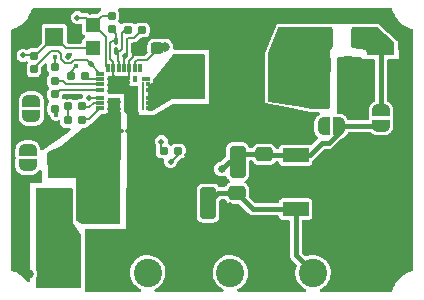
<source format=gbr>
%TF.GenerationSoftware,KiCad,Pcbnew,6.0.11+dfsg-1~bpo11+1*%
%TF.CreationDate,2023-09-12T21:09:00-05:00*%
%TF.ProjectId,Gauntl33tVoltageRegulator,4761756e-746c-4333-9374-566f6c746167,rev?*%
%TF.SameCoordinates,Original*%
%TF.FileFunction,Copper,L1,Top*%
%TF.FilePolarity,Positive*%
%FSLAX46Y46*%
G04 Gerber Fmt 4.6, Leading zero omitted, Abs format (unit mm)*
G04 Created by KiCad (PCBNEW 6.0.11+dfsg-1~bpo11+1) date 2023-09-12 21:09:00*
%MOMM*%
%LPD*%
G01*
G04 APERTURE LIST*
G04 Aperture macros list*
%AMRoundRect*
0 Rectangle with rounded corners*
0 $1 Rounding radius*
0 $2 $3 $4 $5 $6 $7 $8 $9 X,Y pos of 4 corners*
0 Add a 4 corners polygon primitive as box body*
4,1,4,$2,$3,$4,$5,$6,$7,$8,$9,$2,$3,0*
0 Add four circle primitives for the rounded corners*
1,1,$1+$1,$2,$3*
1,1,$1+$1,$4,$5*
1,1,$1+$1,$6,$7*
1,1,$1+$1,$8,$9*
0 Add four rect primitives between the rounded corners*
20,1,$1+$1,$2,$3,$4,$5,0*
20,1,$1+$1,$4,$5,$6,$7,0*
20,1,$1+$1,$6,$7,$8,$9,0*
20,1,$1+$1,$8,$9,$2,$3,0*%
%AMFreePoly0*
4,1,22,0.500000,-0.750000,0.000000,-0.750000,0.000000,-0.745033,-0.079941,-0.743568,-0.215256,-0.701293,-0.333266,-0.622738,-0.424486,-0.514219,-0.481581,-0.384460,-0.499164,-0.250000,-0.500000,-0.250000,-0.500000,0.250000,-0.499164,0.250000,-0.499963,0.256109,-0.478152,0.396186,-0.417904,0.524511,-0.324060,0.630769,-0.204165,0.706417,-0.067858,0.745374,0.000000,0.744959,0.000000,0.750000,
0.500000,0.750000,0.500000,-0.750000,0.500000,-0.750000,$1*%
%AMFreePoly1*
4,1,20,0.000000,0.744959,0.073905,0.744508,0.209726,0.703889,0.328688,0.626782,0.421226,0.519385,0.479903,0.390333,0.500000,0.250000,0.500000,-0.250000,0.499851,-0.262216,0.476331,-0.402017,0.414519,-0.529596,0.319384,-0.634700,0.198574,-0.708877,0.061801,-0.746166,0.000000,-0.745033,0.000000,-0.750000,-0.500000,-0.750000,-0.500000,0.750000,0.000000,0.750000,0.000000,0.744959,
0.000000,0.744959,$1*%
G04 Aperture macros list end*
%TA.AperFunction,SMDPad,CuDef*%
%ADD10FreePoly0,0.000000*%
%TD*%
%TA.AperFunction,SMDPad,CuDef*%
%ADD11FreePoly1,0.000000*%
%TD*%
%TA.AperFunction,SMDPad,CuDef*%
%ADD12FreePoly0,270.000000*%
%TD*%
%TA.AperFunction,SMDPad,CuDef*%
%ADD13FreePoly1,270.000000*%
%TD*%
%TA.AperFunction,SMDPad,CuDef*%
%ADD14FreePoly0,90.000000*%
%TD*%
%TA.AperFunction,SMDPad,CuDef*%
%ADD15FreePoly1,90.000000*%
%TD*%
%TA.AperFunction,SMDPad,CuDef*%
%ADD16R,2.700000X3.600000*%
%TD*%
%TA.AperFunction,SMDPad,CuDef*%
%ADD17RoundRect,0.250000X-0.412500X-1.100000X0.412500X-1.100000X0.412500X1.100000X-0.412500X1.100000X0*%
%TD*%
%TA.AperFunction,SMDPad,CuDef*%
%ADD18RoundRect,0.250000X0.412500X1.100000X-0.412500X1.100000X-0.412500X-1.100000X0.412500X-1.100000X0*%
%TD*%
%TA.AperFunction,SMDPad,CuDef*%
%ADD19RoundRect,0.160000X-0.197500X-0.160000X0.197500X-0.160000X0.197500X0.160000X-0.197500X0.160000X0*%
%TD*%
%TA.AperFunction,SMDPad,CuDef*%
%ADD20RoundRect,0.250001X0.624999X-0.462499X0.624999X0.462499X-0.624999X0.462499X-0.624999X-0.462499X0*%
%TD*%
%TA.AperFunction,SMDPad,CuDef*%
%ADD21R,0.300000X0.550000*%
%TD*%
%TA.AperFunction,SMDPad,CuDef*%
%ADD22R,0.450000X0.300000*%
%TD*%
%TA.AperFunction,SMDPad,CuDef*%
%ADD23R,0.730000X0.300000*%
%TD*%
%TA.AperFunction,SMDPad,CuDef*%
%ADD24R,0.300000X0.725000*%
%TD*%
%TA.AperFunction,SMDPad,CuDef*%
%ADD25R,0.725000X0.300000*%
%TD*%
%TA.AperFunction,SMDPad,CuDef*%
%ADD26R,1.050000X1.575000*%
%TD*%
%TA.AperFunction,SMDPad,CuDef*%
%ADD27R,1.050000X1.150000*%
%TD*%
%TA.AperFunction,SMDPad,CuDef*%
%ADD28R,1.200000X2.175000*%
%TD*%
%TA.AperFunction,SMDPad,CuDef*%
%ADD29R,0.380000X0.580000*%
%TD*%
%TA.AperFunction,SMDPad,CuDef*%
%ADD30R,0.445000X0.650000*%
%TD*%
%TA.AperFunction,SMDPad,CuDef*%
%ADD31R,0.275000X2.350000*%
%TD*%
%TA.AperFunction,SMDPad,CuDef*%
%ADD32RoundRect,0.237500X0.300000X0.237500X-0.300000X0.237500X-0.300000X-0.237500X0.300000X-0.237500X0*%
%TD*%
%TA.AperFunction,SMDPad,CuDef*%
%ADD33RoundRect,0.160000X0.160000X-0.197500X0.160000X0.197500X-0.160000X0.197500X-0.160000X-0.197500X0*%
%TD*%
%TA.AperFunction,SMDPad,CuDef*%
%ADD34RoundRect,0.160000X0.197500X0.160000X-0.197500X0.160000X-0.197500X-0.160000X0.197500X-0.160000X0*%
%TD*%
%TA.AperFunction,SMDPad,CuDef*%
%ADD35R,2.200000X1.200000*%
%TD*%
%TA.AperFunction,SMDPad,CuDef*%
%ADD36R,6.400000X5.800000*%
%TD*%
%TA.AperFunction,ComponentPad*%
%ADD37R,2.400000X2.400000*%
%TD*%
%TA.AperFunction,ComponentPad*%
%ADD38C,2.400000*%
%TD*%
%TA.AperFunction,SMDPad,CuDef*%
%ADD39R,1.200000X1.200000*%
%TD*%
%TA.AperFunction,SMDPad,CuDef*%
%ADD40R,1.500000X1.600000*%
%TD*%
%TA.AperFunction,SMDPad,CuDef*%
%ADD41RoundRect,0.160000X-0.160000X0.197500X-0.160000X-0.197500X0.160000X-0.197500X0.160000X0.197500X0*%
%TD*%
%TA.AperFunction,SMDPad,CuDef*%
%ADD42RoundRect,0.155000X-0.212500X-0.155000X0.212500X-0.155000X0.212500X0.155000X-0.212500X0.155000X0*%
%TD*%
%TA.AperFunction,SMDPad,CuDef*%
%ADD43RoundRect,0.100000X-0.217500X-0.100000X0.217500X-0.100000X0.217500X0.100000X-0.217500X0.100000X0*%
%TD*%
%TA.AperFunction,SMDPad,CuDef*%
%ADD44RoundRect,0.250000X-0.337500X-0.475000X0.337500X-0.475000X0.337500X0.475000X-0.337500X0.475000X0*%
%TD*%
%TA.AperFunction,SMDPad,CuDef*%
%ADD45RoundRect,0.250000X-0.475000X0.337500X-0.475000X-0.337500X0.475000X-0.337500X0.475000X0.337500X0*%
%TD*%
%TA.AperFunction,SMDPad,CuDef*%
%ADD46RoundRect,0.250001X0.462499X0.624999X-0.462499X0.624999X-0.462499X-0.624999X0.462499X-0.624999X0*%
%TD*%
%TA.AperFunction,SMDPad,CuDef*%
%ADD47R,1.070000X1.780000*%
%TD*%
%TA.AperFunction,SMDPad,CuDef*%
%ADD48RoundRect,0.100000X-0.100000X0.217500X-0.100000X-0.217500X0.100000X-0.217500X0.100000X0.217500X0*%
%TD*%
%TA.AperFunction,SMDPad,CuDef*%
%ADD49RoundRect,0.155000X0.155000X-0.212500X0.155000X0.212500X-0.155000X0.212500X-0.155000X-0.212500X0*%
%TD*%
%TA.AperFunction,ViaPad*%
%ADD50C,0.500000*%
%TD*%
%TA.AperFunction,ViaPad*%
%ADD51C,0.650000*%
%TD*%
%TA.AperFunction,ViaPad*%
%ADD52C,0.800000*%
%TD*%
%TA.AperFunction,ViaPad*%
%ADD53C,0.400000*%
%TD*%
%TA.AperFunction,Conductor*%
%ADD54C,0.400000*%
%TD*%
%TA.AperFunction,Conductor*%
%ADD55C,0.200000*%
%TD*%
%TA.AperFunction,Conductor*%
%ADD56C,0.250000*%
%TD*%
G04 APERTURE END LIST*
D10*
%TO.P,JP4,1,A*%
%TO.N,/+20V*%
X143950000Y-116500000D03*
D11*
%TO.P,JP4,2,B*%
%TO.N,Net-(C8-Pad1)*%
X145250000Y-116500000D03*
%TD*%
D12*
%TO.P,JP3,1,A*%
%TO.N,Net-(JP3-Pad1)*%
X148800000Y-115150000D03*
D13*
%TO.P,JP3,2,B*%
%TO.N,Net-(C8-Pad1)*%
X148800000Y-116450000D03*
%TD*%
D12*
%TO.P,JP2,1,A*%
%TO.N,+5VP*%
X118900000Y-118500000D03*
D13*
%TO.P,JP2,2,B*%
%TO.N,/5V*%
X118900000Y-119800000D03*
%TD*%
D14*
%TO.P,JP1,1,A*%
%TO.N,Net-(200K1-Pad3)*%
X119200000Y-115650000D03*
D15*
%TO.P,JP1,2,B*%
%TO.N,Net-(200K1-Pad1)*%
X119200000Y-114350000D03*
%TD*%
D16*
%TO.P,L1,1,1*%
%TO.N,Net-(IC1-Pad5)*%
X132450000Y-112260000D03*
%TO.P,L1,2,2*%
%TO.N,/Vreg*%
X140750000Y-112260000D03*
%TD*%
D17*
%TO.P,C1,1*%
%TO.N,/+20V*%
X125337500Y-119300000D03*
%TO.P,C1,2*%
%TO.N,GND*%
X128462500Y-119300000D03*
%TD*%
D18*
%TO.P,C11,1*%
%TO.N,/5V*%
X134162500Y-123000000D03*
%TO.P,C11,2*%
%TO.N,GND*%
X131037500Y-123000000D03*
%TD*%
D19*
%TO.P,R7,1*%
%TO.N,/PGOOD*%
X130402500Y-118600000D03*
%TO.P,R7,2*%
%TO.N,Net-(J1-Pad5)*%
X131597500Y-118600000D03*
%TD*%
D20*
%TO.P,F2,1*%
%TO.N,Net-(F2-Pad1)*%
X121600000Y-122587500D03*
%TO.P,F2,2*%
%TO.N,/+20V*%
X121600000Y-119612500D03*
%TD*%
D21*
%TO.P,IC1,1,VIN_1*%
%TO.N,/+20V*%
X126140000Y-115536000D03*
%TO.P,IC1,2,VIN_2*%
X126590000Y-115536000D03*
%TO.P,IC1,3,PGND_1*%
%TO.N,GND*%
X127490000Y-115535000D03*
%TO.P,IC1,4,PGND_2*%
X127940000Y-115535000D03*
D22*
%TO.P,IC1,5,SW_1*%
%TO.N,Net-(IC1-Pad5)*%
X129040000Y-114984000D03*
%TO.P,IC1,6,SW_2*%
X129040000Y-114534000D03*
%TO.P,IC1,7,SW_3*%
X129040000Y-114084000D03*
%TO.P,IC1,8,SW_4*%
X129040000Y-113384000D03*
%TO.P,IC1,9,SW_5*%
X129040000Y-112934000D03*
D23*
%TO.P,IC1,10,GL_1*%
%TO.N,unconnected-(IC1-Pad10)*%
X128900000Y-112484000D03*
D24*
%TO.P,IC1,11,GL_2*%
%TO.N,unconnected-(IC1-Pad11)*%
X128389000Y-111572000D03*
%TO.P,IC1,12,VDRV*%
%TO.N,+5VP*%
X127939000Y-111572000D03*
%TO.P,IC1,13,PGND_3*%
%TO.N,GND*%
X127489000Y-111572000D03*
%TO.P,IC1,14,PGOOD*%
%TO.N,/PGOOD*%
X127039000Y-111572000D03*
%TO.P,IC1,15,VDD*%
%TO.N,+5VP*%
X126589000Y-111572000D03*
%TO.P,IC1,16,AGND_1*%
%TO.N,GND*%
X126139000Y-111572000D03*
%TO.P,IC1,17,FB*%
%TO.N,Net-(200K1-Pad3)*%
X125689000Y-111572000D03*
D25*
%TO.P,IC1,18,VOUT*%
%TO.N,/Vreg*%
X125027000Y-112035000D03*
%TO.P,IC1,19,EN*%
%TO.N,Net-(IC1-Pad19)*%
X125027000Y-112485000D03*
%TO.P,IC1,20,MODE2*%
%TO.N,Net-(IC1-Pad20)*%
X125027000Y-112935000D03*
%TO.P,IC1,21,MODE1*%
%TO.N,Net-(IC1-Pad21)*%
X125027000Y-113385000D03*
%TO.P,IC1,22,VIN_3*%
%TO.N,/+20V*%
X125027000Y-114085000D03*
%TO.P,IC1,23,BOOT*%
%TO.N,Net-(C2-Pad2)*%
X125027000Y-114535000D03*
%TO.P,IC1,24,PHASE*%
%TO.N,Net-(IC1-Pad24)*%
X125027000Y-114985000D03*
D26*
%TO.P,IC1,25,AGND_2*%
%TO.N,GND*%
X126215000Y-113023000D03*
D27*
%TO.P,IC1,26,VIN_4*%
%TO.N,/+20V*%
X126215000Y-114686000D03*
D28*
%TO.P,IC1,27,PGND_4*%
%TO.N,GND*%
X127640000Y-114172000D03*
D29*
%TO.P,IC1,28,GL_3*%
%TO.N,unconnected-(IC1-Pad28)*%
X127979000Y-112524000D03*
D30*
%TO.P,IC1,29,PGND_5*%
%TO.N,GND*%
X127262000Y-112760000D03*
D31*
%TO.P,IC1,30,SW_6*%
%TO.N,/SW*%
X128678000Y-113959000D03*
%TD*%
D32*
%TO.P,C0,1*%
%TO.N,+5VP*%
X129862500Y-109860000D03*
%TO.P,C0,2*%
%TO.N,GND*%
X128137500Y-109860000D03*
%TD*%
D33*
%TO.P,R3,1*%
%TO.N,Net-(IC1-Pad20)*%
X121175000Y-112637500D03*
%TO.P,R3,2*%
%TO.N,+5VP*%
X121175000Y-111442500D03*
%TD*%
D34*
%TO.P,R1,1*%
%TO.N,Net-(IC1-Pad24)*%
X123497500Y-116000000D03*
%TO.P,R1,2*%
%TO.N,Net-(C2-Pad1)*%
X122302500Y-116000000D03*
%TD*%
D35*
%TO.P,U1,1,IN*%
%TO.N,Net-(C8-Pad1)*%
X141575000Y-118945000D03*
D36*
%TO.P,U1,2,GND*%
%TO.N,GND*%
X147875000Y-121225000D03*
D35*
X141575000Y-121225000D03*
%TO.P,U1,3,OUT*%
%TO.N,/5V*%
X141575000Y-123505000D03*
%TD*%
D37*
%TO.P,J1,1,Pin_1*%
%TO.N,Net-(F2-Pad1)*%
X122050000Y-128900000D03*
D38*
%TO.P,J1,2,Pin_2*%
%TO.N,GND*%
X125550000Y-128900000D03*
%TO.P,J1,3,Pin_3*%
%TO.N,Net-(JP3-Pad1)*%
X129050000Y-128900000D03*
%TO.P,J1,4,Pin_4*%
%TO.N,GND*%
X132550000Y-128900000D03*
%TO.P,J1,5,Pin_5*%
%TO.N,Net-(J1-Pad5)*%
X136050000Y-128900000D03*
%TO.P,J1,6,Pin_6*%
%TO.N,GND*%
X139550000Y-128900000D03*
%TO.P,J1,7,Pin_7*%
%TO.N,/5V*%
X143050000Y-128900000D03*
%TO.P,J1,8,Pin_8*%
%TO.N,GND*%
X146550000Y-128900000D03*
%TD*%
D17*
%TO.P,C3,1*%
%TO.N,/+20V*%
X125337500Y-122800000D03*
%TO.P,C3,2*%
%TO.N,GND*%
X128462500Y-122800000D03*
%TD*%
D39*
%TO.P,200K1,1,1*%
%TO.N,Net-(200K1-Pad1)*%
X124400000Y-109900000D03*
D40*
%TO.P,200K1,2,2*%
X121150000Y-108900000D03*
D39*
%TO.P,200K1,3,3*%
%TO.N,Net-(200K1-Pad3)*%
X124400000Y-107900000D03*
%TD*%
D18*
%TO.P,C8,1*%
%TO.N,Net-(C8-Pad1)*%
X136662500Y-119500000D03*
%TO.P,C8,2*%
%TO.N,GND*%
X133537500Y-119500000D03*
%TD*%
D34*
%TO.P,R2,1*%
%TO.N,/PGOOD*%
X128562500Y-108332061D03*
%TO.P,R2,2*%
%TO.N,+5VP*%
X127367500Y-108332061D03*
%TD*%
D41*
%TO.P,R4,1*%
%TO.N,Net-(IC1-Pad21)*%
X121185000Y-113805000D03*
%TO.P,R4,2*%
%TO.N,+5VP*%
X121185000Y-115000000D03*
%TD*%
D42*
%TO.P,C2,2*%
%TO.N,Net-(C2-Pad2)*%
X123467500Y-114800000D03*
%TO.P,C2,1*%
%TO.N,Net-(C2-Pad1)*%
X122332500Y-114800000D03*
%TD*%
D43*
%TO.P,C4,1*%
%TO.N,/+20V*%
X126692500Y-116900000D03*
%TO.P,C4,2*%
%TO.N,GND*%
X127507500Y-116900000D03*
%TD*%
D44*
%TO.P,C6,1*%
%TO.N,/Vreg*%
X143962500Y-111300000D03*
%TO.P,C6,2*%
%TO.N,GND*%
X146037500Y-111300000D03*
%TD*%
D45*
%TO.P,C9,1*%
%TO.N,Net-(C8-Pad1)*%
X138900000Y-118862500D03*
%TO.P,C9,2*%
%TO.N,GND*%
X138900000Y-120937500D03*
%TD*%
D46*
%TO.P,F1,1*%
%TO.N,Net-(JP3-Pad1)*%
X146987500Y-109000000D03*
%TO.P,F1,2*%
%TO.N,/Vreg*%
X144012500Y-109000000D03*
%TD*%
D34*
%TO.P,R9,1*%
%TO.N,Net-(IC1-Pad19)*%
X123722500Y-112280000D03*
%TO.P,R9,2*%
%TO.N,+5VP*%
X122527500Y-112280000D03*
%TD*%
D47*
%TO.P,C5,1*%
%TO.N,GND*%
X146460000Y-113900000D03*
%TO.P,C5,2*%
%TO.N,/Vreg*%
X143740000Y-113900000D03*
%TD*%
D48*
%TO.P,C7,1*%
%TO.N,GND*%
X126385000Y-109282500D03*
%TO.P,C7,2*%
%TO.N,+5VP*%
X126385000Y-110097500D03*
%TD*%
D49*
%TO.P,R5,2*%
%TO.N,Net-(200K1-Pad1)*%
X119400000Y-110532500D03*
%TO.P,R5,1*%
%TO.N,/Vreg*%
X119400000Y-111667500D03*
%TD*%
%TO.P,R6,1*%
%TO.N,GND*%
X126000000Y-108267500D03*
%TO.P,R6,2*%
%TO.N,Net-(200K1-Pad3)*%
X126000000Y-107132500D03*
%TD*%
D45*
%TO.P,C10,1*%
%TO.N,/5V*%
X136600000Y-122162500D03*
%TO.P,C10,2*%
%TO.N,GND*%
X136600000Y-124237500D03*
%TD*%
D50*
%TO.N,/5V*%
X118900000Y-119900000D03*
%TO.N,+5VP*%
X118900000Y-118300000D03*
%TO.N,Net-(JP3-Pad1)*%
X149400000Y-109800000D03*
X148800000Y-109200000D03*
X148800000Y-109800000D03*
X148200000Y-109800000D03*
X148200000Y-109200000D03*
X148200000Y-108600000D03*
%TO.N,/+20V*%
X143900000Y-116500000D03*
D51*
%TO.N,/5V*%
X134200000Y-124000000D03*
%TO.N,/+20V*%
X123800000Y-124100000D03*
D50*
%TO.N,Net-(200K1-Pad3)*%
X123100000Y-107300000D03*
%TO.N,Net-(200K1-Pad1)*%
X118500000Y-110500000D03*
%TO.N,Net-(200K1-Pad3)*%
X119200000Y-115800000D03*
%TO.N,Net-(200K1-Pad1)*%
X119200000Y-114100000D03*
%TO.N,/+20V*%
X126500000Y-114400000D03*
D51*
%TO.N,Net-(C8-Pad1)*%
X135300000Y-120100000D03*
D50*
%TO.N,/+20V*%
X125265498Y-115734502D03*
X126500000Y-115000000D03*
X125900000Y-115000000D03*
X125900000Y-114400000D03*
X124100000Y-114100000D03*
%TO.N,GND*%
X134700000Y-118500000D03*
X150100000Y-122800000D03*
X126500000Y-112500000D03*
X132400000Y-118900000D03*
X128000000Y-122400000D03*
X146000000Y-112100000D03*
X128700000Y-121700000D03*
X150100000Y-123400000D03*
X145000000Y-121600000D03*
X128000000Y-118600000D03*
X128700000Y-120000000D03*
X146700000Y-114500000D03*
X146600000Y-110900000D03*
X127262000Y-112760000D03*
X150700000Y-121600000D03*
X150700000Y-122800000D03*
X118800000Y-109300000D03*
X127900000Y-113400000D03*
X146000000Y-114500000D03*
X145400000Y-113300000D03*
X126500000Y-113500000D03*
X145600000Y-121000000D03*
X145000000Y-122200000D03*
X145000000Y-119800000D03*
X129400000Y-122400000D03*
X140100000Y-122000000D03*
X129400000Y-120700000D03*
X129400000Y-120000000D03*
X125900000Y-112500000D03*
X132400000Y-119600000D03*
X139700000Y-124400000D03*
X127900000Y-114600000D03*
X145400000Y-114500000D03*
X146000000Y-113900000D03*
X150700000Y-123400000D03*
X127900000Y-115200000D03*
X138200000Y-122100000D03*
X128600000Y-110200000D03*
X125900000Y-113500000D03*
X146000000Y-110900000D03*
X128700000Y-122400000D03*
X145600000Y-122200000D03*
X129400000Y-119300000D03*
X129400000Y-121700000D03*
X145600000Y-120400000D03*
X150700000Y-118600000D03*
X120100000Y-113300000D03*
X145000000Y-121000000D03*
X122300000Y-110600000D03*
X137000000Y-124500000D03*
X134700000Y-119200000D03*
X145600000Y-119800000D03*
X128000000Y-121700000D03*
X125900000Y-113000000D03*
X128700000Y-120700000D03*
X145000000Y-119200000D03*
X127900000Y-114000000D03*
X128000000Y-120000000D03*
X140100000Y-120200000D03*
X129400000Y-118600000D03*
X139000000Y-122100000D03*
X146600000Y-111500000D03*
X146600000Y-113900000D03*
X128000000Y-120700000D03*
X136000000Y-123200000D03*
X146000000Y-113300000D03*
X145000000Y-118600000D03*
X150700000Y-119200000D03*
X136300000Y-124000000D03*
X128000000Y-123100000D03*
X146600000Y-112100000D03*
X143100000Y-124400000D03*
X128700000Y-118600000D03*
X132100000Y-122300000D03*
X124200000Y-106800000D03*
X132100000Y-123000000D03*
X146000000Y-111500000D03*
X127300000Y-114000000D03*
X146600000Y-113300000D03*
X145000000Y-120400000D03*
X150700000Y-120400000D03*
X145600000Y-118600000D03*
X127300000Y-115200000D03*
D52*
X119000000Y-129000000D03*
D50*
X129400000Y-123100000D03*
X128700000Y-123100000D03*
X145600000Y-122800000D03*
X145400000Y-110900000D03*
X145000000Y-123400000D03*
X145400000Y-113900000D03*
X145400000Y-112100000D03*
X122600000Y-107900000D03*
D52*
X118000000Y-128000000D03*
D50*
X127300000Y-114600000D03*
X122200000Y-114000000D03*
X128700000Y-119300000D03*
X128000000Y-119300000D03*
X145400000Y-111500000D03*
X150700000Y-122200000D03*
X150700000Y-121000000D03*
X121800000Y-116900000D03*
X150700000Y-119800000D03*
X127300000Y-113400000D03*
X145600000Y-121600000D03*
X145600000Y-119200000D03*
X126500000Y-113000000D03*
X145000000Y-122800000D03*
%TO.N,/PGOOD*%
X130200000Y-117800000D03*
X127121588Y-110521588D03*
D53*
%TO.N,+5VP*%
X121215000Y-110610000D03*
X121275000Y-115520000D03*
D50*
X127367500Y-108332061D03*
D52*
X130500000Y-109800000D03*
D53*
X123005000Y-111390000D03*
D50*
%TO.N,/Vreg*%
X141100000Y-113600000D03*
X139700000Y-113600000D03*
X139700000Y-112200000D03*
X141800000Y-113600000D03*
X143600000Y-110900000D03*
X140400000Y-112900000D03*
X140400000Y-110800000D03*
X141800000Y-110800000D03*
X139700000Y-110800000D03*
X141800000Y-112900000D03*
X140400000Y-111500000D03*
X141800000Y-112200000D03*
X144200000Y-114400000D03*
X143500000Y-114400000D03*
X141100000Y-111500000D03*
X143500000Y-113200000D03*
D51*
X140500000Y-109000000D03*
D50*
X139700000Y-111500000D03*
X143600000Y-111600000D03*
X144200000Y-110900000D03*
X140400000Y-113600000D03*
X124246000Y-111254000D03*
X144200000Y-113200000D03*
X143500000Y-113800000D03*
X144200000Y-111600000D03*
X144200000Y-113800000D03*
X140400000Y-112200000D03*
X141100000Y-110800000D03*
X139700000Y-112900000D03*
X141100000Y-112900000D03*
X141100000Y-112200000D03*
X141800000Y-111500000D03*
%TO.N,Net-(J1-Pad5)*%
X131000000Y-119500000D03*
%TD*%
D54*
%TO.N,Net-(C8-Pad1)*%
X142755000Y-118945000D02*
X143800000Y-117900000D01*
X141575000Y-118945000D02*
X142755000Y-118945000D01*
X145300000Y-116965686D02*
X145300000Y-116500000D01*
X143800000Y-117900000D02*
X144365686Y-117900000D01*
X144365686Y-117900000D02*
X145300000Y-116965686D01*
X145250000Y-116500000D02*
X148750000Y-116500000D01*
X148750000Y-116500000D02*
X148800000Y-116450000D01*
%TO.N,Net-(JP3-Pad1)*%
X148800000Y-109800000D02*
X148800000Y-115150000D01*
D55*
%TO.N,Net-(200K1-Pad3)*%
X123100000Y-107300000D02*
X123800000Y-107300000D01*
X123800000Y-107300000D02*
X124400000Y-107900000D01*
%TO.N,Net-(200K1-Pad1)*%
X118500000Y-110500000D02*
X119367500Y-110500000D01*
X119367500Y-110500000D02*
X119400000Y-110532500D01*
D54*
%TO.N,Net-(C8-Pad1)*%
X135900000Y-119500000D02*
X135300000Y-120100000D01*
X136662500Y-119500000D02*
X135900000Y-119500000D01*
X138900000Y-118862500D02*
X137300000Y-118862500D01*
X138982500Y-118945000D02*
X138900000Y-118862500D01*
D55*
%TO.N,/+20V*%
X124274001Y-114085000D02*
X125027000Y-114085000D01*
D54*
%TO.N,Net-(C8-Pad1)*%
X141575000Y-118945000D02*
X138982500Y-118945000D01*
D55*
%TO.N,/+20V*%
X125265498Y-115734502D02*
X125941498Y-115734502D01*
D54*
%TO.N,Net-(C8-Pad1)*%
X137300000Y-118862500D02*
X136662500Y-119500000D01*
D55*
%TO.N,/+20V*%
X125941498Y-115734502D02*
X126140000Y-115536000D01*
%TO.N,GND*%
X127489000Y-111572000D02*
X127489000Y-112533000D01*
X126139000Y-111572000D02*
X126139000Y-112947000D01*
X125885000Y-110808467D02*
X125885000Y-109435000D01*
X127775000Y-109860000D02*
X127775000Y-110645287D01*
X125885000Y-109435000D02*
X126037500Y-109282500D01*
D54*
X126760000Y-112760000D02*
X126500000Y-112500000D01*
X126500000Y-113000000D02*
X126900000Y-113000000D01*
X127262000Y-112760000D02*
X126760000Y-112760000D01*
D55*
X126385000Y-108652500D02*
X126000000Y-108267500D01*
D54*
X126900000Y-113000000D02*
X127300000Y-113400000D01*
D55*
X126385000Y-109282500D02*
X126037500Y-109282500D01*
X127489000Y-110931287D02*
X127489000Y-111572000D01*
X127489000Y-112533000D02*
X127262000Y-112760000D01*
X126139000Y-111062467D02*
X126139000Y-111572000D01*
X127775000Y-110645287D02*
X127489000Y-110931287D01*
X126139000Y-112947000D02*
X126215000Y-113023000D01*
X126385000Y-109282500D02*
X126385000Y-108652500D01*
X126139000Y-111062467D02*
X125885000Y-110808467D01*
%TO.N,Net-(200K1-Pad3)*%
X125485000Y-108915000D02*
X124470000Y-107900000D01*
X126000000Y-107132500D02*
X125167500Y-107132500D01*
X125485000Y-111368000D02*
X125485000Y-108915000D01*
X124470000Y-107900000D02*
X124400000Y-107900000D01*
X125689000Y-111572000D02*
X125485000Y-111368000D01*
X125167500Y-107132500D02*
X124400000Y-107900000D01*
%TO.N,/PGOOD*%
X127227301Y-110627301D02*
X127227301Y-110608033D01*
X127227301Y-110627301D02*
X127300000Y-110554602D01*
X130200000Y-118397500D02*
X130402500Y-118600000D01*
X127400000Y-109000000D02*
X127894561Y-109000000D01*
X127227301Y-110608033D02*
X127131222Y-110511954D01*
X127300000Y-109100000D02*
X127400000Y-109000000D01*
X127039000Y-111572000D02*
X127039000Y-110815602D01*
X127039000Y-110815602D02*
X127227301Y-110627301D01*
X128562500Y-108332061D02*
X127894561Y-109000000D01*
X127300000Y-110554602D02*
X127300000Y-109100000D01*
X130200000Y-117800000D02*
X130200000Y-118397500D01*
D54*
%TO.N,/5V*%
X137942500Y-123505000D02*
X136600000Y-122162500D01*
X141575000Y-127425000D02*
X143050000Y-128900000D01*
D55*
%TO.N,+5VP*%
X126589000Y-110989000D02*
X126589000Y-111572000D01*
D54*
%TO.N,/5V*%
X135000000Y-122162500D02*
X134162500Y-123000000D01*
D56*
%TO.N,+5VP*%
X130500000Y-109800000D02*
X129922500Y-109800000D01*
D55*
X126885000Y-109915000D02*
X126702500Y-110097500D01*
X126885000Y-108615000D02*
X127167939Y-108332061D01*
X126702500Y-110097500D02*
X126385000Y-110097500D01*
X126539000Y-110251500D02*
X126539000Y-110939000D01*
X126885000Y-108615000D02*
X126885000Y-109915000D01*
X129500000Y-110375000D02*
X129500000Y-109860000D01*
X122527500Y-112280000D02*
X122527500Y-111867500D01*
X121215000Y-110610000D02*
X121215000Y-111402500D01*
D56*
X129922500Y-109800000D02*
X129862500Y-109860000D01*
D54*
%TO.N,/5V*%
X141575000Y-123505000D02*
X141575000Y-127425000D01*
D55*
%TO.N,+5VP*%
X126385000Y-110097500D02*
X126539000Y-110251500D01*
X128965500Y-110909500D02*
X129500000Y-110375000D01*
X126539000Y-110939000D02*
X126589000Y-110989000D01*
X122527500Y-111867500D02*
X123005000Y-111390000D01*
X121215000Y-111402500D02*
X121175000Y-111442500D01*
X127167939Y-108332061D02*
X127367500Y-108332061D01*
D54*
%TO.N,/5V*%
X141575000Y-123505000D02*
X137942500Y-123505000D01*
D55*
%TO.N,+5VP*%
X121275000Y-115090000D02*
X121185000Y-115000000D01*
X127939000Y-111076000D02*
X128105500Y-110909500D01*
D54*
%TO.N,/5V*%
X136600000Y-122162500D02*
X135000000Y-122162500D01*
D55*
%TO.N,+5VP*%
X128105500Y-110909500D02*
X128965500Y-110909500D01*
X127939000Y-111572000D02*
X127939000Y-111076000D01*
X121275000Y-115520000D02*
X121275000Y-115090000D01*
%TO.N,Net-(C2-Pad1)*%
X122332500Y-115870000D02*
X122302500Y-115900000D01*
X122332500Y-114900000D02*
X122332500Y-115870000D01*
%TO.N,Net-(C2-Pad2)*%
X124109001Y-114900000D02*
X124109001Y-114890999D01*
X124109001Y-114890999D02*
X124465000Y-114535000D01*
X123467500Y-114900000D02*
X124109001Y-114900000D01*
X124465000Y-114535000D02*
X125027000Y-114535000D01*
%TO.N,/Vreg*%
X120843467Y-110100000D02*
X121477818Y-110100000D01*
X119400000Y-111667500D02*
X119400000Y-111543467D01*
X122797893Y-110890000D02*
X123882000Y-110890000D01*
X122537893Y-111150000D02*
X122797893Y-110890000D01*
X124246000Y-111254000D02*
X125027000Y-112035000D01*
X121750000Y-110827818D02*
X122072182Y-111150000D01*
X121750000Y-110372182D02*
X121750000Y-110827818D01*
X122072182Y-111150000D02*
X122537893Y-111150000D01*
X123882000Y-110890000D02*
X124246000Y-111254000D01*
X119400000Y-111543467D02*
X120843467Y-110100000D01*
X121477818Y-110100000D02*
X121750000Y-110372182D01*
%TO.N,Net-(IC1-Pad19)*%
X123927500Y-112485000D02*
X123722500Y-112280000D01*
X125027000Y-112485000D02*
X123927500Y-112485000D01*
%TO.N,Net-(IC1-Pad20)*%
X121864462Y-112637500D02*
X121175000Y-112637500D01*
X122161962Y-112935000D02*
X121864462Y-112637500D01*
X125027000Y-112935000D02*
X122161962Y-112935000D01*
%TO.N,Net-(200K1-Pad1)*%
X119400000Y-110532500D02*
X119517500Y-110532500D01*
X119517500Y-110532500D02*
X121150000Y-108900000D01*
X124400000Y-109900000D02*
X122150000Y-109900000D01*
X122150000Y-109900000D02*
X121150000Y-108900000D01*
%TO.N,Net-(J1-Pad5)*%
X131597500Y-118600000D02*
X131597500Y-118902500D01*
X131597500Y-118902500D02*
X131000000Y-119500000D01*
%TO.N,Net-(IC1-Pad21)*%
X125027000Y-113385000D02*
X121605000Y-113385000D01*
X121605000Y-113385000D02*
X121185000Y-113805000D01*
%TO.N,Net-(IC1-Pad24)*%
X123497500Y-115900000D02*
X124112000Y-115900000D01*
X124112000Y-115900000D02*
X125027000Y-114985000D01*
%TD*%
%TA.AperFunction,Conductor*%
%TO.N,Net-(IC1-Pad5)*%
G36*
X133845336Y-110418891D02*
G01*
X133889246Y-110469566D01*
X133900000Y-110519000D01*
X133900000Y-114081000D01*
X133881109Y-114145336D01*
X133830434Y-114189246D01*
X133781000Y-114200000D01*
X131100000Y-114200000D01*
X131086282Y-114208069D01*
X131086283Y-114208069D01*
X129427931Y-115183570D01*
X129367596Y-115200000D01*
X129185000Y-115200000D01*
X129120664Y-115181109D01*
X129076754Y-115130434D01*
X129066000Y-115081000D01*
X129066000Y-113003500D01*
X129084891Y-112939164D01*
X129135566Y-112895254D01*
X129185000Y-112884500D01*
X129289674Y-112884500D01*
X129362740Y-112869966D01*
X129445601Y-112814601D01*
X129500966Y-112731740D01*
X129513652Y-112667964D01*
X129535165Y-112619780D01*
X131164300Y-110447600D01*
X131218014Y-110407465D01*
X131259500Y-110400000D01*
X133781000Y-110400000D01*
X133845336Y-110418891D01*
G37*
%TD.AperFunction*%
%TD*%
%TA.AperFunction,Conductor*%
%TO.N,Net-(F2-Pad1)*%
G36*
X122642121Y-121720002D02*
G01*
X122688614Y-121773658D01*
X122700000Y-121826000D01*
X122700000Y-124700000D01*
X122711119Y-124715884D01*
X122711119Y-124715885D01*
X123377223Y-125667461D01*
X123400000Y-125739717D01*
X123400000Y-130074000D01*
X123379998Y-130142121D01*
X123326342Y-130188614D01*
X123274000Y-130200000D01*
X119726000Y-130200000D01*
X119657879Y-130179998D01*
X119611386Y-130126342D01*
X119600000Y-130074000D01*
X119600000Y-129403802D01*
X119615303Y-129344203D01*
X119618361Y-129339947D01*
X119681601Y-129182634D01*
X119705490Y-129014778D01*
X119705645Y-129000000D01*
X119685276Y-128831680D01*
X119625345Y-128673077D01*
X119621044Y-128666819D01*
X119617524Y-128660086D01*
X119619281Y-128659167D01*
X119600000Y-128597076D01*
X119600000Y-121826000D01*
X119620002Y-121757879D01*
X119673658Y-121711386D01*
X119726000Y-121700000D01*
X122574000Y-121700000D01*
X122642121Y-121720002D01*
G37*
%TD.AperFunction*%
%TD*%
%TA.AperFunction,Conductor*%
%TO.N,GND*%
G36*
X149721610Y-106520002D02*
G01*
X149768103Y-106573658D01*
X149773784Y-106588515D01*
X149845063Y-106817260D01*
X149846625Y-106820730D01*
X149846627Y-106820736D01*
X149888570Y-106913929D01*
X149959285Y-107071050D01*
X150103265Y-107309222D01*
X150105606Y-107312210D01*
X150105608Y-107312213D01*
X150208629Y-107443709D01*
X150274904Y-107528302D01*
X150471698Y-107725096D01*
X150474698Y-107727447D01*
X150474701Y-107727449D01*
X150683315Y-107890888D01*
X150690778Y-107896735D01*
X150694032Y-107898702D01*
X150925689Y-108038744D01*
X150925693Y-108038746D01*
X150928950Y-108040715D01*
X150969769Y-108059086D01*
X151179264Y-108153373D01*
X151179270Y-108153375D01*
X151182740Y-108154937D01*
X151186376Y-108156070D01*
X151411485Y-108226216D01*
X151470571Y-108265578D01*
X151498996Y-108330636D01*
X151500000Y-108346511D01*
X151500000Y-128653489D01*
X151479998Y-128721610D01*
X151426342Y-128768103D01*
X151411485Y-128773784D01*
X151182740Y-128845063D01*
X151179270Y-128846625D01*
X151179264Y-128846627D01*
X151142410Y-128863214D01*
X150928950Y-128959285D01*
X150925693Y-128961254D01*
X150925689Y-128961256D01*
X150773950Y-129052986D01*
X150690778Y-129103265D01*
X150687790Y-129105606D01*
X150687787Y-129105608D01*
X150474701Y-129272551D01*
X150471698Y-129274904D01*
X150274904Y-129471698D01*
X150272553Y-129474698D01*
X150272551Y-129474701D01*
X150115264Y-129675463D01*
X150103265Y-129690778D01*
X150101298Y-129694032D01*
X149989188Y-129879485D01*
X149959285Y-129928950D01*
X149906446Y-130046353D01*
X149850650Y-130170327D01*
X149845063Y-130182740D01*
X149811176Y-130291488D01*
X149773784Y-130411485D01*
X149734422Y-130470571D01*
X149669364Y-130498996D01*
X149653489Y-130500000D01*
X143738475Y-130500000D01*
X143670354Y-130479998D01*
X143623861Y-130426342D01*
X143613757Y-130356068D01*
X143643251Y-130291488D01*
X143683043Y-130260849D01*
X143816303Y-130195566D01*
X143816308Y-130195563D01*
X143820954Y-130193287D01*
X143825164Y-130190284D01*
X143825169Y-130190281D01*
X144017617Y-130053009D01*
X144017622Y-130053005D01*
X144021829Y-130050004D01*
X144196605Y-129875837D01*
X144340588Y-129675463D01*
X144449911Y-129454264D01*
X144505120Y-129272551D01*
X144520135Y-129223132D01*
X144520136Y-129223126D01*
X144521639Y-129218180D01*
X144553845Y-128973550D01*
X144555643Y-128900000D01*
X144542030Y-128734422D01*
X144535849Y-128659240D01*
X144535848Y-128659234D01*
X144535425Y-128654089D01*
X144475316Y-128414783D01*
X144376928Y-128188507D01*
X144242905Y-127981339D01*
X144216635Y-127952468D01*
X144190243Y-127923464D01*
X144076846Y-127798842D01*
X144072795Y-127795643D01*
X144072791Y-127795639D01*
X143887264Y-127649119D01*
X143887259Y-127649116D01*
X143883210Y-127645918D01*
X143878694Y-127643425D01*
X143878691Y-127643423D01*
X143671722Y-127529170D01*
X143671718Y-127529168D01*
X143667198Y-127526673D01*
X143662329Y-127524949D01*
X143662325Y-127524947D01*
X143439485Y-127446035D01*
X143439481Y-127446034D01*
X143434610Y-127444309D01*
X143429517Y-127443402D01*
X143429514Y-127443401D01*
X143196783Y-127401945D01*
X143196777Y-127401944D01*
X143191694Y-127401039D01*
X143112324Y-127400069D01*
X142950142Y-127398088D01*
X142950140Y-127398088D01*
X142944972Y-127398025D01*
X142701070Y-127435347D01*
X142609202Y-127465374D01*
X142467178Y-127511794D01*
X142396214Y-127513945D01*
X142338938Y-127481124D01*
X142112405Y-127254591D01*
X142078379Y-127192279D01*
X142075500Y-127165496D01*
X142075500Y-124531500D01*
X142095502Y-124463379D01*
X142149158Y-124416886D01*
X142201500Y-124405500D01*
X142719646Y-124405500D01*
X142723350Y-124405059D01*
X142723353Y-124405059D01*
X142730746Y-124404179D01*
X142745846Y-124402382D01*
X142786976Y-124384113D01*
X142837518Y-124361663D01*
X142848153Y-124356939D01*
X142927241Y-124277713D01*
X142933711Y-124263080D01*
X142968675Y-124183992D01*
X142972506Y-124175327D01*
X142975500Y-124149646D01*
X142975500Y-122860354D01*
X142972382Y-122834154D01*
X142931723Y-122742616D01*
X142931663Y-122742482D01*
X142926939Y-122731847D01*
X142847713Y-122652759D01*
X142837076Y-122648056D01*
X142837074Y-122648055D01*
X142777538Y-122621735D01*
X142745327Y-122607494D01*
X142719646Y-122604500D01*
X140430354Y-122604500D01*
X140426650Y-122604941D01*
X140426647Y-122604941D01*
X140419254Y-122605821D01*
X140404154Y-122607618D01*
X140301847Y-122653061D01*
X140222759Y-122732287D01*
X140218056Y-122742924D01*
X140218055Y-122742926D01*
X140201833Y-122779620D01*
X140177494Y-122834673D01*
X140174500Y-122860354D01*
X140174500Y-122878500D01*
X140154498Y-122946621D01*
X140100842Y-122993114D01*
X140048500Y-123004500D01*
X138202004Y-123004500D01*
X138133883Y-122984498D01*
X138112909Y-122967595D01*
X137662405Y-122517091D01*
X137628379Y-122454779D01*
X137625500Y-122427996D01*
X137625500Y-121782228D01*
X137614636Y-121692453D01*
X137593219Y-121638358D01*
X137562275Y-121560204D01*
X137559113Y-121552217D01*
X137467922Y-121432078D01*
X137347783Y-121340887D01*
X137319406Y-121329652D01*
X137263432Y-121285978D01*
X137239956Y-121218975D01*
X137256430Y-121149917D01*
X137307626Y-121100728D01*
X137319406Y-121095348D01*
X137339797Y-121087275D01*
X137339798Y-121087275D01*
X137347783Y-121084113D01*
X137467922Y-120992922D01*
X137559113Y-120872783D01*
X137614636Y-120732547D01*
X137625500Y-120642772D01*
X137625500Y-119489000D01*
X137645502Y-119420879D01*
X137699158Y-119374386D01*
X137751500Y-119363000D01*
X137811791Y-119363000D01*
X137879912Y-119383002D01*
X137928943Y-119442616D01*
X137940887Y-119472783D01*
X138032078Y-119592922D01*
X138152217Y-119684113D01*
X138210210Y-119707074D01*
X138284923Y-119736655D01*
X138284925Y-119736656D01*
X138292453Y-119739636D01*
X138382228Y-119750500D01*
X139417772Y-119750500D01*
X139507547Y-119739636D01*
X139515075Y-119736656D01*
X139515077Y-119736655D01*
X139589790Y-119707074D01*
X139647783Y-119684113D01*
X139767922Y-119592922D01*
X139842007Y-119495319D01*
X139899124Y-119453154D01*
X139942369Y-119445500D01*
X140048500Y-119445500D01*
X140116621Y-119465502D01*
X140163114Y-119519158D01*
X140174500Y-119571500D01*
X140174500Y-119589646D01*
X140177618Y-119615846D01*
X140181456Y-119624486D01*
X140181456Y-119624487D01*
X140218140Y-119707074D01*
X140223061Y-119718153D01*
X140302287Y-119797241D01*
X140312924Y-119801944D01*
X140312926Y-119801945D01*
X140372462Y-119828265D01*
X140404673Y-119842506D01*
X140430354Y-119845500D01*
X142719646Y-119845500D01*
X142723350Y-119845059D01*
X142723353Y-119845059D01*
X142730746Y-119844179D01*
X142745846Y-119842382D01*
X142836199Y-119802249D01*
X142837518Y-119801663D01*
X142848153Y-119796939D01*
X142867434Y-119777625D01*
X142919023Y-119725945D01*
X142927241Y-119717713D01*
X142972506Y-119615327D01*
X142975500Y-119589646D01*
X142975500Y-119471666D01*
X142995502Y-119403545D01*
X143027755Y-119371363D01*
X143027428Y-119370984D01*
X143036757Y-119362946D01*
X143062675Y-119340613D01*
X143070596Y-119334324D01*
X143077402Y-119329352D01*
X143081336Y-119326478D01*
X143092079Y-119315735D01*
X143098926Y-119309377D01*
X143103046Y-119305827D01*
X143136037Y-119277400D01*
X143140920Y-119269866D01*
X143146819Y-119263104D01*
X143146824Y-119263108D01*
X143155800Y-119252014D01*
X143970409Y-118437405D01*
X144032721Y-118403379D01*
X144059504Y-118400500D01*
X144295505Y-118400500D01*
X144307390Y-118401828D01*
X144307431Y-118401318D01*
X144316377Y-118402038D01*
X144325133Y-118404019D01*
X144377949Y-118400742D01*
X144385753Y-118400500D01*
X144401626Y-118400500D01*
X144411738Y-118399052D01*
X144421792Y-118398022D01*
X144449783Y-118396285D01*
X144468224Y-118395141D01*
X144476668Y-118392093D01*
X144480380Y-118391324D01*
X144495085Y-118387657D01*
X144498713Y-118386596D01*
X144507604Y-118385323D01*
X144549968Y-118366061D01*
X144559323Y-118362254D01*
X144594629Y-118349509D01*
X144594633Y-118349507D01*
X144603073Y-118346460D01*
X144610321Y-118341165D01*
X144613661Y-118339389D01*
X144626775Y-118331726D01*
X144629947Y-118329697D01*
X144638114Y-118325984D01*
X144644909Y-118320129D01*
X144644912Y-118320127D01*
X144673361Y-118295613D01*
X144681282Y-118289324D01*
X144688088Y-118284352D01*
X144692022Y-118281478D01*
X144702765Y-118270735D01*
X144709612Y-118264377D01*
X144731659Y-118245380D01*
X144746723Y-118232400D01*
X144751606Y-118224866D01*
X144757505Y-118218104D01*
X144757510Y-118218108D01*
X144766486Y-118207014D01*
X145416536Y-117556964D01*
X145472489Y-117524496D01*
X145526709Y-117509714D01*
X145526715Y-117509712D01*
X145531028Y-117508536D01*
X145535128Y-117506762D01*
X145535133Y-117506760D01*
X145606459Y-117475894D01*
X145606462Y-117475892D01*
X145610574Y-117474113D01*
X145682846Y-117429738D01*
X145728802Y-117401521D01*
X145728803Y-117401521D01*
X145732626Y-117399173D01*
X145736076Y-117396309D01*
X145795867Y-117346670D01*
X145795869Y-117346668D01*
X145799314Y-117343808D01*
X145872828Y-117262592D01*
X145892427Y-117240940D01*
X145892430Y-117240936D01*
X145895428Y-117237624D01*
X145917846Y-117204387D01*
X145941389Y-117169484D01*
X145941394Y-117169476D01*
X145943898Y-117165763D01*
X145947319Y-117158703D01*
X145989538Y-117071562D01*
X146037240Y-117018979D01*
X146102930Y-117000500D01*
X147908945Y-117000500D01*
X147977066Y-117020502D01*
X147993501Y-117033085D01*
X148059060Y-117092427D01*
X148059064Y-117092430D01*
X148062376Y-117095428D01*
X148075417Y-117104224D01*
X148130516Y-117141389D01*
X148130524Y-117141394D01*
X148134237Y-117143898D01*
X148138273Y-117145853D01*
X148138274Y-117145854D01*
X148154774Y-117153848D01*
X148263129Y-117206345D01*
X148345701Y-117232697D01*
X148486939Y-117256459D01*
X148489362Y-117256676D01*
X148489367Y-117256677D01*
X148516174Y-117259081D01*
X148533918Y-117260673D01*
X148536342Y-117260703D01*
X148536349Y-117260703D01*
X148539495Y-117260741D01*
X148546260Y-117260824D01*
X148593338Y-117257759D01*
X148598793Y-117256978D01*
X148616654Y-117255705D01*
X148973740Y-117255705D01*
X148986931Y-117256550D01*
X148986939Y-117256459D01*
X149033918Y-117260673D01*
X149036342Y-117260703D01*
X149036349Y-117260703D01*
X149039559Y-117260742D01*
X149046260Y-117260824D01*
X149093338Y-117257760D01*
X149095765Y-117257412D01*
X149095769Y-117257412D01*
X149210787Y-117240940D01*
X149235115Y-117237456D01*
X149318308Y-117213128D01*
X149322381Y-117211276D01*
X149322384Y-117211275D01*
X149444605Y-117155704D01*
X149448687Y-117153848D01*
X149521707Y-117107150D01*
X149603270Y-117036871D01*
X149626815Y-117016584D01*
X149626818Y-117016581D01*
X149630208Y-117013660D01*
X149633147Y-117010291D01*
X149633151Y-117010287D01*
X149684239Y-116951723D01*
X149687188Y-116948343D01*
X149765088Y-116828158D01*
X149801445Y-116749473D01*
X149842481Y-116612255D01*
X149855292Y-116526533D01*
X149855846Y-116435826D01*
X149856140Y-116387793D01*
X149856140Y-116387788D01*
X149856167Y-116383312D01*
X149855829Y-116380846D01*
X149855705Y-116377017D01*
X149855705Y-115950000D01*
X149854401Y-115921793D01*
X149830324Y-115837172D01*
X149830912Y-115767134D01*
X149835061Y-115760433D01*
X149853828Y-115660041D01*
X149854635Y-115655725D01*
X149854635Y-115655723D01*
X149855705Y-115650000D01*
X149855705Y-115159376D01*
X149855707Y-115158606D01*
X149856140Y-115087798D01*
X149856140Y-115087792D01*
X149856167Y-115083312D01*
X149852866Y-115059209D01*
X149845012Y-115001880D01*
X149844404Y-114997438D01*
X149841211Y-114986264D01*
X149806281Y-114864046D01*
X149806280Y-114864043D01*
X149805047Y-114859729D01*
X149769654Y-114780606D01*
X149693228Y-114659478D01*
X149637050Y-114593469D01*
X149620999Y-114579293D01*
X149533062Y-114501631D01*
X149533061Y-114501631D01*
X149529699Y-114498661D01*
X149457257Y-114451076D01*
X149453201Y-114449172D01*
X149453198Y-114449170D01*
X149372951Y-114411494D01*
X149319789Y-114364437D01*
X149300500Y-114297439D01*
X149300500Y-110926000D01*
X149320502Y-110857879D01*
X149374158Y-110811386D01*
X149426500Y-110800000D01*
X150300000Y-110800000D01*
X150200000Y-109300000D01*
X150191954Y-109292901D01*
X150191954Y-109292900D01*
X148513582Y-107811984D01*
X148500000Y-107800000D01*
X140000000Y-107800000D01*
X139992699Y-107818252D01*
X139062776Y-110143061D01*
X139000000Y-110300000D01*
X139000000Y-114500000D01*
X140829752Y-114885211D01*
X142793600Y-115298653D01*
X142793603Y-115298653D01*
X142800000Y-115300000D01*
X143509859Y-115300000D01*
X143577980Y-115320002D01*
X143624473Y-115373658D01*
X143634577Y-115443932D01*
X143605083Y-115508512D01*
X143577094Y-115532562D01*
X143459478Y-115606772D01*
X143393469Y-115662950D01*
X143390498Y-115666314D01*
X143332588Y-115731886D01*
X143298661Y-115770301D01*
X143280453Y-115798020D01*
X143256937Y-115833821D01*
X143251076Y-115842743D01*
X143249172Y-115846799D01*
X143249170Y-115846802D01*
X143228855Y-115890072D01*
X143190207Y-115972388D01*
X143188898Y-115976671D01*
X143188896Y-115976675D01*
X143175831Y-116019408D01*
X143164864Y-116055280D01*
X143164175Y-116059703D01*
X143164174Y-116059709D01*
X143149168Y-116156091D01*
X143142830Y-116196798D01*
X143142775Y-116201264D01*
X143142775Y-116201269D01*
X143142448Y-116228050D01*
X143141771Y-116283466D01*
X143142352Y-116287908D01*
X143142352Y-116287911D01*
X143143231Y-116294631D01*
X143144295Y-116310968D01*
X143144295Y-116677833D01*
X143143858Y-116688323D01*
X143143520Y-116692367D01*
X143142830Y-116696799D01*
X143141772Y-116783466D01*
X143142353Y-116787907D01*
X143142353Y-116787912D01*
X143148108Y-116831921D01*
X143160342Y-116925480D01*
X143183651Y-117008966D01*
X143185457Y-117013071D01*
X143185458Y-117013073D01*
X143227916Y-117109565D01*
X143241334Y-117140059D01*
X143243702Y-117143864D01*
X143243704Y-117143867D01*
X143281375Y-117204387D01*
X143287136Y-117213643D01*
X143290021Y-117217075D01*
X143290026Y-117217082D01*
X143375814Y-117319139D01*
X143379293Y-117323278D01*
X143382628Y-117326260D01*
X143382634Y-117326266D01*
X143430904Y-117369423D01*
X143468354Y-117429738D01*
X143467251Y-117500726D01*
X143429168Y-117558806D01*
X143425766Y-117561737D01*
X143425762Y-117561742D01*
X143418963Y-117567600D01*
X143414080Y-117575133D01*
X143408181Y-117581896D01*
X143408176Y-117581892D01*
X143399200Y-117592986D01*
X142944636Y-118047550D01*
X142882324Y-118081576D01*
X142811509Y-118076511D01*
X142804594Y-118073696D01*
X142753990Y-118051324D01*
X142745327Y-118047494D01*
X142719646Y-118044500D01*
X140430354Y-118044500D01*
X140426650Y-118044941D01*
X140426647Y-118044941D01*
X140419254Y-118045821D01*
X140404154Y-118047618D01*
X140395514Y-118051456D01*
X140395513Y-118051456D01*
X140345444Y-118073696D01*
X140301847Y-118093061D01*
X140293628Y-118101294D01*
X140293627Y-118101295D01*
X140268155Y-118126812D01*
X140222759Y-118172287D01*
X140218056Y-118182924D01*
X140218055Y-118182926D01*
X140202503Y-118218104D01*
X140177494Y-118274673D01*
X140174500Y-118300354D01*
X140174500Y-118318500D01*
X140154498Y-118386621D01*
X140100842Y-118433114D01*
X140048500Y-118444500D01*
X140020872Y-118444500D01*
X139952751Y-118424498D01*
X139903720Y-118364883D01*
X139902190Y-118361017D01*
X139859113Y-118252217D01*
X139767922Y-118132078D01*
X139647783Y-118040887D01*
X139578025Y-118013268D01*
X139515077Y-117988345D01*
X139515075Y-117988344D01*
X139507547Y-117985364D01*
X139417772Y-117974500D01*
X138382228Y-117974500D01*
X138292453Y-117985364D01*
X138284925Y-117988344D01*
X138284923Y-117988345D01*
X138221975Y-118013268D01*
X138152217Y-118040887D01*
X138032078Y-118132078D01*
X137940887Y-118252217D01*
X137937727Y-118260199D01*
X137928943Y-118282384D01*
X137885268Y-118338358D01*
X137811791Y-118362000D01*
X137735580Y-118362000D01*
X137667459Y-118341998D01*
X137620966Y-118288342D01*
X137615173Y-118271890D01*
X137614636Y-118267453D01*
X137559113Y-118127217D01*
X137467922Y-118007078D01*
X137347783Y-117915887D01*
X137284168Y-117890700D01*
X137215077Y-117863345D01*
X137215075Y-117863344D01*
X137207547Y-117860364D01*
X137117772Y-117849500D01*
X136207228Y-117849500D01*
X136117453Y-117860364D01*
X136109925Y-117863344D01*
X136109923Y-117863345D01*
X136040832Y-117890700D01*
X135977217Y-117915887D01*
X135857078Y-118007078D01*
X135765887Y-118127217D01*
X135762725Y-118135204D01*
X135715791Y-118253747D01*
X135710364Y-118267453D01*
X135699500Y-118357228D01*
X135699500Y-118960543D01*
X135679498Y-119028664D01*
X135641387Y-119066691D01*
X135635742Y-119070301D01*
X135627572Y-119074016D01*
X135620773Y-119079874D01*
X135620772Y-119079875D01*
X135592325Y-119104387D01*
X135584405Y-119110675D01*
X135573664Y-119118522D01*
X135562921Y-119129265D01*
X135556075Y-119135623D01*
X135518963Y-119167600D01*
X135514080Y-119175134D01*
X135508181Y-119181896D01*
X135508176Y-119181892D01*
X135499200Y-119192986D01*
X135240240Y-119451946D01*
X135180559Y-119485370D01*
X135087747Y-119507652D01*
X135087745Y-119507653D01*
X135080367Y-119509424D01*
X134945835Y-119578861D01*
X134940113Y-119583853D01*
X134940111Y-119583854D01*
X134837474Y-119673390D01*
X134837471Y-119673393D01*
X134831749Y-119678385D01*
X134795610Y-119729806D01*
X134753849Y-119789226D01*
X134744696Y-119802249D01*
X134689702Y-119943302D01*
X134688711Y-119950831D01*
X134671030Y-120085133D01*
X134669941Y-120093402D01*
X134686554Y-120243883D01*
X134738582Y-120386057D01*
X134742819Y-120392363D01*
X134742821Y-120392366D01*
X134776461Y-120442427D01*
X134823022Y-120511716D01*
X134934998Y-120613607D01*
X134941675Y-120617232D01*
X134941676Y-120617233D01*
X135061370Y-120682222D01*
X135061372Y-120682223D01*
X135068047Y-120685847D01*
X135075396Y-120687775D01*
X135207136Y-120722336D01*
X135207138Y-120722336D01*
X135214486Y-120724264D01*
X135294562Y-120725522D01*
X135358266Y-120726523D01*
X135358269Y-120726523D01*
X135365863Y-120726642D01*
X135513437Y-120692843D01*
X135541494Y-120678732D01*
X135611339Y-120665994D01*
X135676983Y-120693038D01*
X135715260Y-120744913D01*
X135765887Y-120872783D01*
X135857078Y-120992922D01*
X135863913Y-120998110D01*
X135977217Y-121084113D01*
X135975280Y-121086665D01*
X136014063Y-121126511D01*
X136028215Y-121196083D01*
X136002507Y-121262262D01*
X135949053Y-121302547D01*
X135852217Y-121340887D01*
X135732078Y-121432078D01*
X135640887Y-121552217D01*
X135637727Y-121560199D01*
X135628943Y-121582384D01*
X135585268Y-121638358D01*
X135511791Y-121662000D01*
X135148062Y-121662000D01*
X135079941Y-121641998D01*
X135047699Y-121612180D01*
X135027345Y-121585364D01*
X134967922Y-121507078D01*
X134847783Y-121415887D01*
X134784168Y-121390700D01*
X134715077Y-121363345D01*
X134715075Y-121363344D01*
X134707547Y-121360364D01*
X134617772Y-121349500D01*
X133707228Y-121349500D01*
X133617453Y-121360364D01*
X133609925Y-121363344D01*
X133609923Y-121363345D01*
X133540832Y-121390700D01*
X133477217Y-121415887D01*
X133357078Y-121507078D01*
X133265887Y-121627217D01*
X133210364Y-121767453D01*
X133199500Y-121857228D01*
X133199500Y-124142772D01*
X133210364Y-124232547D01*
X133213344Y-124240075D01*
X133213345Y-124240077D01*
X133231506Y-124285945D01*
X133265887Y-124372783D01*
X133357078Y-124492922D01*
X133477217Y-124584113D01*
X133540832Y-124609300D01*
X133609923Y-124636655D01*
X133609925Y-124636656D01*
X133617453Y-124639636D01*
X133707228Y-124650500D01*
X134617772Y-124650500D01*
X134707547Y-124639636D01*
X134715075Y-124636656D01*
X134715077Y-124636655D01*
X134784168Y-124609300D01*
X134847783Y-124584113D01*
X134967922Y-124492922D01*
X135059113Y-124372783D01*
X135093494Y-124285945D01*
X135111655Y-124240077D01*
X135111656Y-124240075D01*
X135114636Y-124232547D01*
X135125500Y-124142772D01*
X135125500Y-122797003D01*
X135145502Y-122728882D01*
X135162405Y-122707908D01*
X135170408Y-122699905D01*
X135232720Y-122665879D01*
X135259503Y-122663000D01*
X135511791Y-122663000D01*
X135579912Y-122683002D01*
X135628943Y-122742616D01*
X135640887Y-122772783D01*
X135732078Y-122892922D01*
X135852217Y-122984113D01*
X135903709Y-123004500D01*
X135984923Y-123036655D01*
X135984925Y-123036656D01*
X135992453Y-123039636D01*
X136082228Y-123050500D01*
X136727996Y-123050500D01*
X136796117Y-123070502D01*
X136817091Y-123087405D01*
X137538966Y-123809280D01*
X137546432Y-123818624D01*
X137546822Y-123818292D01*
X137552640Y-123825128D01*
X137557430Y-123832720D01*
X137564158Y-123838662D01*
X137564159Y-123838663D01*
X137597100Y-123867755D01*
X137602788Y-123873102D01*
X137614007Y-123884321D01*
X137617595Y-123887010D01*
X137617596Y-123887011D01*
X137622184Y-123890450D01*
X137630023Y-123896832D01*
X137664888Y-123927623D01*
X137673006Y-123931434D01*
X137676159Y-123933506D01*
X137689180Y-123941329D01*
X137692489Y-123943141D01*
X137699676Y-123948527D01*
X137708081Y-123951678D01*
X137708083Y-123951679D01*
X137743237Y-123964857D01*
X137752557Y-123968784D01*
X137794663Y-123988553D01*
X137803535Y-123989934D01*
X137807158Y-123991042D01*
X137821817Y-123994888D01*
X137825514Y-123995701D01*
X137833920Y-123998852D01*
X137880343Y-124002302D01*
X137890356Y-124003452D01*
X137903509Y-124005500D01*
X137918704Y-124005500D01*
X137928042Y-124005846D01*
X137976892Y-124009476D01*
X137985668Y-124007603D01*
X137994625Y-124006992D01*
X137994625Y-124006998D01*
X138008818Y-124005500D01*
X140048500Y-124005500D01*
X140116621Y-124025502D01*
X140163114Y-124079158D01*
X140174500Y-124131500D01*
X140174500Y-124149646D01*
X140177618Y-124175846D01*
X140181456Y-124184486D01*
X140181456Y-124184487D01*
X140206148Y-124240077D01*
X140223061Y-124278153D01*
X140231294Y-124286372D01*
X140231295Y-124286373D01*
X140262835Y-124317858D01*
X140302287Y-124357241D01*
X140312924Y-124361944D01*
X140312926Y-124361945D01*
X140352913Y-124379623D01*
X140404673Y-124402506D01*
X140430354Y-124405500D01*
X140948500Y-124405500D01*
X141016621Y-124425502D01*
X141063114Y-124479158D01*
X141074500Y-124531500D01*
X141074500Y-127354819D01*
X141073172Y-127366704D01*
X141073682Y-127366745D01*
X141072962Y-127375691D01*
X141070981Y-127384447D01*
X141072067Y-127401945D01*
X141074258Y-127437264D01*
X141074500Y-127445067D01*
X141074500Y-127460940D01*
X141075135Y-127465374D01*
X141075948Y-127471050D01*
X141076978Y-127481106D01*
X141079859Y-127527538D01*
X141082907Y-127535982D01*
X141083676Y-127539694D01*
X141087343Y-127554399D01*
X141088404Y-127558027D01*
X141089677Y-127566918D01*
X141108939Y-127609282D01*
X141112746Y-127618637D01*
X141125491Y-127653943D01*
X141125493Y-127653947D01*
X141128540Y-127662387D01*
X141133835Y-127669635D01*
X141135611Y-127672975D01*
X141143274Y-127686089D01*
X141145303Y-127689261D01*
X141149016Y-127697428D01*
X141154871Y-127704223D01*
X141154873Y-127704226D01*
X141179387Y-127732675D01*
X141185675Y-127740595D01*
X141193522Y-127751336D01*
X141204265Y-127762079D01*
X141210623Y-127768925D01*
X141242600Y-127806037D01*
X141250134Y-127810920D01*
X141256896Y-127816819D01*
X141256892Y-127816824D01*
X141267986Y-127825800D01*
X141633448Y-128191262D01*
X141667474Y-128253574D01*
X141662409Y-128324389D01*
X141658641Y-128333406D01*
X141639144Y-128375409D01*
X141636965Y-128380104D01*
X141571026Y-128617871D01*
X141544806Y-128863214D01*
X141559010Y-129109545D01*
X141560147Y-129114591D01*
X141560148Y-129114597D01*
X141582336Y-129213051D01*
X141613255Y-129350249D01*
X141706084Y-129578861D01*
X141835006Y-129789241D01*
X141996557Y-129975741D01*
X142186399Y-130133351D01*
X142205728Y-130144646D01*
X142394967Y-130255229D01*
X142394974Y-130255232D01*
X142399433Y-130257838D01*
X142404262Y-130259682D01*
X142405698Y-130260370D01*
X142458488Y-130307844D01*
X142477232Y-130376321D01*
X142455978Y-130444062D01*
X142401475Y-130489558D01*
X142351253Y-130500000D01*
X136738475Y-130500000D01*
X136670354Y-130479998D01*
X136623861Y-130426342D01*
X136613757Y-130356068D01*
X136643251Y-130291488D01*
X136683043Y-130260849D01*
X136816303Y-130195566D01*
X136816308Y-130195563D01*
X136820954Y-130193287D01*
X136825164Y-130190284D01*
X136825169Y-130190281D01*
X137017617Y-130053009D01*
X137017622Y-130053005D01*
X137021829Y-130050004D01*
X137196605Y-129875837D01*
X137340588Y-129675463D01*
X137449911Y-129454264D01*
X137505120Y-129272551D01*
X137520135Y-129223132D01*
X137520136Y-129223126D01*
X137521639Y-129218180D01*
X137553845Y-128973550D01*
X137555643Y-128900000D01*
X137542030Y-128734422D01*
X137535849Y-128659240D01*
X137535848Y-128659234D01*
X137535425Y-128654089D01*
X137475316Y-128414783D01*
X137376928Y-128188507D01*
X137242905Y-127981339D01*
X137216635Y-127952468D01*
X137190243Y-127923464D01*
X137076846Y-127798842D01*
X137072795Y-127795643D01*
X137072791Y-127795639D01*
X136887264Y-127649119D01*
X136887259Y-127649116D01*
X136883210Y-127645918D01*
X136878694Y-127643425D01*
X136878691Y-127643423D01*
X136671722Y-127529170D01*
X136671718Y-127529168D01*
X136667198Y-127526673D01*
X136662329Y-127524949D01*
X136662325Y-127524947D01*
X136439485Y-127446035D01*
X136439481Y-127446034D01*
X136434610Y-127444309D01*
X136429517Y-127443402D01*
X136429514Y-127443401D01*
X136196783Y-127401945D01*
X136196777Y-127401944D01*
X136191694Y-127401039D01*
X136112324Y-127400069D01*
X135950142Y-127398088D01*
X135950140Y-127398088D01*
X135944972Y-127398025D01*
X135701070Y-127435347D01*
X135466540Y-127512003D01*
X135247679Y-127625935D01*
X135243546Y-127629038D01*
X135243543Y-127629040D01*
X135057232Y-127768926D01*
X135050364Y-127774083D01*
X134879896Y-127952468D01*
X134876982Y-127956740D01*
X134876981Y-127956741D01*
X134857238Y-127985683D01*
X134740851Y-128156300D01*
X134636965Y-128380104D01*
X134571026Y-128617871D01*
X134544806Y-128863214D01*
X134559010Y-129109545D01*
X134560147Y-129114591D01*
X134560148Y-129114597D01*
X134582336Y-129213051D01*
X134613255Y-129350249D01*
X134706084Y-129578861D01*
X134835006Y-129789241D01*
X134996557Y-129975741D01*
X135186399Y-130133351D01*
X135205728Y-130144646D01*
X135394967Y-130255229D01*
X135394974Y-130255232D01*
X135399433Y-130257838D01*
X135404262Y-130259682D01*
X135405698Y-130260370D01*
X135458488Y-130307844D01*
X135477232Y-130376321D01*
X135455978Y-130444062D01*
X135401475Y-130489558D01*
X135351253Y-130500000D01*
X129738475Y-130500000D01*
X129670354Y-130479998D01*
X129623861Y-130426342D01*
X129613757Y-130356068D01*
X129643251Y-130291488D01*
X129683043Y-130260849D01*
X129816303Y-130195566D01*
X129816308Y-130195563D01*
X129820954Y-130193287D01*
X129825164Y-130190284D01*
X129825169Y-130190281D01*
X130017617Y-130053009D01*
X130017622Y-130053005D01*
X130021829Y-130050004D01*
X130196605Y-129875837D01*
X130340588Y-129675463D01*
X130449911Y-129454264D01*
X130505120Y-129272551D01*
X130520135Y-129223132D01*
X130520136Y-129223126D01*
X130521639Y-129218180D01*
X130553845Y-128973550D01*
X130555643Y-128900000D01*
X130542030Y-128734422D01*
X130535849Y-128659240D01*
X130535848Y-128659234D01*
X130535425Y-128654089D01*
X130475316Y-128414783D01*
X130376928Y-128188507D01*
X130242905Y-127981339D01*
X130216635Y-127952468D01*
X130190243Y-127923464D01*
X130076846Y-127798842D01*
X130072795Y-127795643D01*
X130072791Y-127795639D01*
X129887264Y-127649119D01*
X129887259Y-127649116D01*
X129883210Y-127645918D01*
X129878694Y-127643425D01*
X129878691Y-127643423D01*
X129671722Y-127529170D01*
X129671718Y-127529168D01*
X129667198Y-127526673D01*
X129662329Y-127524949D01*
X129662325Y-127524947D01*
X129439485Y-127446035D01*
X129439481Y-127446034D01*
X129434610Y-127444309D01*
X129429517Y-127443402D01*
X129429514Y-127443401D01*
X129196783Y-127401945D01*
X129196777Y-127401944D01*
X129191694Y-127401039D01*
X129112324Y-127400069D01*
X128950142Y-127398088D01*
X128950140Y-127398088D01*
X128944972Y-127398025D01*
X128701070Y-127435347D01*
X128466540Y-127512003D01*
X128247679Y-127625935D01*
X128243546Y-127629038D01*
X128243543Y-127629040D01*
X128057232Y-127768926D01*
X128050364Y-127774083D01*
X127879896Y-127952468D01*
X127876982Y-127956740D01*
X127876981Y-127956741D01*
X127857238Y-127985683D01*
X127740851Y-128156300D01*
X127636965Y-128380104D01*
X127571026Y-128617871D01*
X127544806Y-128863214D01*
X127559010Y-129109545D01*
X127560147Y-129114591D01*
X127560148Y-129114597D01*
X127582336Y-129213051D01*
X127613255Y-129350249D01*
X127706084Y-129578861D01*
X127835006Y-129789241D01*
X127996557Y-129975741D01*
X128186399Y-130133351D01*
X128205728Y-130144646D01*
X128394967Y-130255229D01*
X128394974Y-130255232D01*
X128399433Y-130257838D01*
X128404262Y-130259682D01*
X128405698Y-130260370D01*
X128458488Y-130307844D01*
X128477232Y-130376321D01*
X128455978Y-130444062D01*
X128401475Y-130489558D01*
X128351253Y-130500000D01*
X123826000Y-130500000D01*
X123757879Y-130479998D01*
X123711386Y-130426342D01*
X123700000Y-130374000D01*
X123700000Y-125326000D01*
X123720002Y-125257879D01*
X123773658Y-125211386D01*
X123826000Y-125200000D01*
X127200000Y-125200000D01*
X127289511Y-118218108D01*
X127294872Y-117800000D01*
X129644750Y-117800000D01*
X129663670Y-117943709D01*
X129719139Y-118077625D01*
X129763392Y-118135296D01*
X129788991Y-118201514D01*
X129782310Y-118253746D01*
X129776344Y-118270735D01*
X129750922Y-118343126D01*
X129747547Y-118352736D01*
X129744500Y-118384969D01*
X129744501Y-118815030D01*
X129747547Y-118847264D01*
X129793429Y-118977916D01*
X129799026Y-118985493D01*
X129799026Y-118985494D01*
X129858999Y-119066691D01*
X129875699Y-119089301D01*
X129883274Y-119094896D01*
X129904639Y-119110676D01*
X129987084Y-119171571D01*
X130047618Y-119192829D01*
X130110488Y-119214908D01*
X130110491Y-119214909D01*
X130117736Y-119217453D01*
X130125380Y-119218176D01*
X130125382Y-119218176D01*
X130134134Y-119219003D01*
X130149969Y-119220500D01*
X130155883Y-119220500D01*
X130337873Y-119220499D01*
X130405992Y-119240501D01*
X130452485Y-119294156D01*
X130462794Y-119362945D01*
X130444750Y-119500000D01*
X130463670Y-119643709D01*
X130519139Y-119777625D01*
X130607379Y-119892621D01*
X130722375Y-119980861D01*
X130856291Y-120036330D01*
X131000000Y-120055250D01*
X131143709Y-120036330D01*
X131277625Y-119980861D01*
X131392621Y-119892621D01*
X131480861Y-119777625D01*
X131536330Y-119643709D01*
X131547978Y-119555235D01*
X131576701Y-119490309D01*
X131583805Y-119482588D01*
X131814722Y-119251671D01*
X131876208Y-119218025D01*
X131882264Y-119217453D01*
X131889512Y-119214908D01*
X131889515Y-119214907D01*
X131961671Y-119189567D01*
X132012916Y-119171571D01*
X132095362Y-119110676D01*
X132116726Y-119094896D01*
X132124301Y-119089301D01*
X132141001Y-119066691D01*
X132200974Y-118985494D01*
X132200974Y-118985493D01*
X132206571Y-118977916D01*
X132252453Y-118847264D01*
X132255500Y-118815031D01*
X132255499Y-118384970D01*
X132255182Y-118381608D01*
X132253176Y-118360386D01*
X132253176Y-118360385D01*
X132252453Y-118352736D01*
X132249079Y-118343126D01*
X132223656Y-118270735D01*
X132206571Y-118222084D01*
X132197446Y-118209729D01*
X132129896Y-118118274D01*
X132124301Y-118110699D01*
X132088388Y-118084173D01*
X132020494Y-118034026D01*
X132020492Y-118034025D01*
X132012916Y-118028429D01*
X131911056Y-117992658D01*
X131889512Y-117985092D01*
X131889509Y-117985091D01*
X131882264Y-117982547D01*
X131874620Y-117981824D01*
X131874618Y-117981824D01*
X131865866Y-117980997D01*
X131850031Y-117979500D01*
X131597628Y-117979500D01*
X131344970Y-117979501D01*
X131342020Y-117979780D01*
X131342015Y-117979780D01*
X131320386Y-117981824D01*
X131320385Y-117981824D01*
X131312736Y-117982547D01*
X131305488Y-117985092D01*
X131305485Y-117985093D01*
X131261301Y-118000610D01*
X131182084Y-118028429D01*
X131074857Y-118107628D01*
X131008180Y-118132009D01*
X130938905Y-118116472D01*
X130925147Y-118107631D01*
X130817916Y-118028429D01*
X130809026Y-118025307D01*
X130808416Y-118024984D01*
X130757574Y-117975430D01*
X130741593Y-117906255D01*
X130742455Y-117897183D01*
X130748453Y-117851631D01*
X130755250Y-117800000D01*
X130736330Y-117656291D01*
X130680861Y-117522375D01*
X130592621Y-117407379D01*
X130477625Y-117319139D01*
X130343709Y-117263670D01*
X130200000Y-117244750D01*
X130056291Y-117263670D01*
X129922375Y-117319139D01*
X129807379Y-117407379D01*
X129719139Y-117522375D01*
X129663670Y-117656291D01*
X129644750Y-117800000D01*
X127294872Y-117800000D01*
X127299984Y-117401254D01*
X127299984Y-117401250D01*
X127300000Y-117400000D01*
X127299898Y-117396309D01*
X127294717Y-117209828D01*
X127293103Y-117151716D01*
X127296884Y-117125500D01*
X127295646Y-117125304D01*
X127309652Y-117036871D01*
X127310500Y-117031519D01*
X127310499Y-116768482D01*
X127299857Y-116701283D01*
X127297198Y-116684494D01*
X127297197Y-116684492D01*
X127295646Y-116674696D01*
X127291143Y-116665859D01*
X127288079Y-116656428D01*
X127289011Y-116656125D01*
X127278153Y-116613517D01*
X127276833Y-116565974D01*
X127200000Y-113800000D01*
X125794410Y-113800000D01*
X125726289Y-113779998D01*
X125679796Y-113726342D01*
X125669692Y-113656068D01*
X125679169Y-113623053D01*
X125683176Y-113613990D01*
X125687006Y-113605327D01*
X125690000Y-113579646D01*
X125690000Y-113190354D01*
X125689560Y-113186655D01*
X125689559Y-113186642D01*
X125688179Y-113175048D01*
X125688143Y-113145572D01*
X125690000Y-113129646D01*
X125690000Y-112740354D01*
X125689560Y-112736655D01*
X125689559Y-112736642D01*
X125688179Y-112725048D01*
X125688143Y-112695572D01*
X125690000Y-112679646D01*
X125690000Y-112361000D01*
X125710002Y-112292879D01*
X125763658Y-112246386D01*
X125816000Y-112235000D01*
X125883646Y-112235000D01*
X125887350Y-112234559D01*
X125887353Y-112234559D01*
X125894746Y-112233679D01*
X125909846Y-112231882D01*
X125931905Y-112222084D01*
X126001518Y-112191163D01*
X126012153Y-112186439D01*
X126020372Y-112178206D01*
X126020376Y-112178203D01*
X126049830Y-112148697D01*
X126112112Y-112114617D01*
X126182932Y-112119620D01*
X126228020Y-112148541D01*
X126266287Y-112186741D01*
X126276924Y-112191444D01*
X126276926Y-112191445D01*
X126309227Y-112205725D01*
X126368673Y-112232006D01*
X126394354Y-112235000D01*
X126783646Y-112235000D01*
X126787345Y-112234560D01*
X126787358Y-112234559D01*
X126798952Y-112233179D01*
X126828426Y-112233143D01*
X126844354Y-112235000D01*
X127233646Y-112235000D01*
X127237350Y-112234559D01*
X127237353Y-112234559D01*
X127244746Y-112233679D01*
X127259846Y-112231882D01*
X127281905Y-112222084D01*
X127311352Y-112209004D01*
X127381727Y-112199631D01*
X127445998Y-112229793D01*
X127483759Y-112289915D01*
X127488500Y-112324155D01*
X127488500Y-112858646D01*
X127491618Y-112884846D01*
X127537061Y-112987153D01*
X127616287Y-113066241D01*
X127626924Y-113070944D01*
X127626926Y-113070945D01*
X127686462Y-113097265D01*
X127718673Y-113111506D01*
X127744354Y-113114500D01*
X128090228Y-113114500D01*
X128158349Y-113134502D01*
X128204842Y-113188158D01*
X128216142Y-113235837D01*
X128239914Y-113877678D01*
X128240000Y-113882341D01*
X128240000Y-115178646D01*
X128243118Y-115204846D01*
X128246956Y-115213486D01*
X128246956Y-115213487D01*
X128283384Y-115295498D01*
X128294147Y-115341982D01*
X128299329Y-115481897D01*
X128299330Y-115481899D01*
X128300000Y-115500000D01*
X129558823Y-115500000D01*
X131171695Y-114615522D01*
X131232280Y-114600000D01*
X134200000Y-114600000D01*
X134200000Y-110000000D01*
X131324331Y-110000000D01*
X131256210Y-109979998D01*
X131209717Y-109926342D01*
X131199588Y-109856246D01*
X131204909Y-109818859D01*
X131205490Y-109814778D01*
X131205645Y-109800000D01*
X131185276Y-109631680D01*
X131125345Y-109473077D01*
X131093330Y-109426495D01*
X131033614Y-109339608D01*
X131033613Y-109339607D01*
X131029312Y-109333349D01*
X130998041Y-109305487D01*
X130908392Y-109225612D01*
X130908388Y-109225610D01*
X130902721Y-109220560D01*
X130752881Y-109141224D01*
X130588441Y-109099919D01*
X130580843Y-109099879D01*
X130580841Y-109099879D01*
X130509423Y-109099505D01*
X130418895Y-109099031D01*
X130411515Y-109100803D01*
X130411513Y-109100803D01*
X130384823Y-109107211D01*
X130309027Y-109101844D01*
X130292038Y-109095118D01*
X130204297Y-109084500D01*
X129862726Y-109084500D01*
X129520704Y-109084501D01*
X129516946Y-109084956D01*
X129516941Y-109084956D01*
X129443845Y-109093801D01*
X129432962Y-109095118D01*
X129425439Y-109098096D01*
X129425437Y-109098097D01*
X129356297Y-109125472D01*
X129295911Y-109149380D01*
X129178500Y-109238500D01*
X129089380Y-109355911D01*
X129077607Y-109385646D01*
X129040179Y-109480180D01*
X129035118Y-109492962D01*
X129024500Y-109580703D01*
X129024501Y-110139296D01*
X129024955Y-110143052D01*
X129024956Y-110143061D01*
X129032766Y-110207604D01*
X129021091Y-110277634D01*
X128996774Y-110311834D01*
X128903397Y-110405211D01*
X128836511Y-110472096D01*
X128774199Y-110506121D01*
X128747416Y-110509000D01*
X128042067Y-110509000D01*
X128032635Y-110512065D01*
X128032633Y-110512065D01*
X128021148Y-110515797D01*
X128001922Y-110520413D01*
X127980196Y-110523854D01*
X127971361Y-110528356D01*
X127971360Y-110528356D01*
X127960597Y-110533840D01*
X127942336Y-110541404D01*
X127921411Y-110548203D01*
X127905956Y-110559432D01*
X127903613Y-110561134D01*
X127886768Y-110571458D01*
X127883714Y-110573014D01*
X127813940Y-110586125D01*
X127748152Y-110559432D01*
X127707240Y-110501409D01*
X127700500Y-110460753D01*
X127700500Y-109526500D01*
X127720502Y-109458379D01*
X127774158Y-109411886D01*
X127826500Y-109400500D01*
X127957994Y-109400500D01*
X127967425Y-109397436D01*
X127967429Y-109397435D01*
X127978914Y-109393703D01*
X127998139Y-109389087D01*
X128010073Y-109387197D01*
X128010074Y-109387197D01*
X128019865Y-109385646D01*
X128028698Y-109381145D01*
X128028702Y-109381144D01*
X128039467Y-109375659D01*
X128057727Y-109368095D01*
X128078651Y-109361296D01*
X128096454Y-109348361D01*
X128113306Y-109338035D01*
X128124063Y-109332554D01*
X128132903Y-109328050D01*
X128155466Y-109305487D01*
X128155470Y-109305484D01*
X128471488Y-108989466D01*
X128533800Y-108955440D01*
X128560583Y-108952561D01*
X128798541Y-108952560D01*
X128815030Y-108952560D01*
X128817980Y-108952281D01*
X128817985Y-108952281D01*
X128839614Y-108950237D01*
X128839615Y-108950237D01*
X128847264Y-108949514D01*
X128854512Y-108946969D01*
X128854515Y-108946968D01*
X128898699Y-108931451D01*
X128977916Y-108903632D01*
X129089301Y-108821362D01*
X129136880Y-108756945D01*
X129165974Y-108717555D01*
X129165974Y-108717554D01*
X129171571Y-108709977D01*
X129200788Y-108626779D01*
X129214908Y-108586573D01*
X129214909Y-108586570D01*
X129217453Y-108579325D01*
X129220500Y-108547092D01*
X129220499Y-108117031D01*
X129217453Y-108084797D01*
X129205812Y-108051647D01*
X129181380Y-107982078D01*
X129171571Y-107954145D01*
X129159592Y-107937926D01*
X129094896Y-107850335D01*
X129089301Y-107842760D01*
X129033300Y-107801397D01*
X128985494Y-107766087D01*
X128985493Y-107766087D01*
X128977916Y-107760490D01*
X128883830Y-107727449D01*
X128854512Y-107717153D01*
X128854509Y-107717152D01*
X128847264Y-107714608D01*
X128839620Y-107713885D01*
X128839618Y-107713885D01*
X128830866Y-107713058D01*
X128815031Y-107711561D01*
X128562628Y-107711561D01*
X128309970Y-107711562D01*
X128307020Y-107711841D01*
X128307015Y-107711841D01*
X128285386Y-107713885D01*
X128285385Y-107713885D01*
X128277736Y-107714608D01*
X128270488Y-107717153D01*
X128270485Y-107717154D01*
X128241170Y-107727449D01*
X128147084Y-107760490D01*
X128039857Y-107839689D01*
X127973180Y-107864070D01*
X127903905Y-107848533D01*
X127890147Y-107839692D01*
X127782916Y-107760490D01*
X127688830Y-107727449D01*
X127659512Y-107717153D01*
X127659509Y-107717152D01*
X127652264Y-107714608D01*
X127644620Y-107713885D01*
X127644618Y-107713885D01*
X127635866Y-107713058D01*
X127620031Y-107711561D01*
X127367628Y-107711561D01*
X127114970Y-107711562D01*
X127112020Y-107711841D01*
X127112015Y-107711841D01*
X127090386Y-107713885D01*
X127090385Y-107713885D01*
X127082736Y-107714608D01*
X127075488Y-107717153D01*
X127075485Y-107717154D01*
X127046170Y-107727449D01*
X126952084Y-107760490D01*
X126944507Y-107766087D01*
X126944506Y-107766087D01*
X126899251Y-107799513D01*
X126832573Y-107823896D01*
X126763297Y-107808359D01*
X126754500Y-107803000D01*
X126610991Y-107707327D01*
X126565406Y-107652898D01*
X126556484Y-107582464D01*
X126563662Y-107561098D01*
X126562102Y-107560550D01*
X126604941Y-107438563D01*
X126607486Y-107431316D01*
X126610500Y-107399430D01*
X126610500Y-106865570D01*
X126607486Y-106833684D01*
X126562102Y-106704450D01*
X126556507Y-106696875D01*
X126552098Y-106688548D01*
X126554487Y-106687283D01*
X126535067Y-106634190D01*
X126550600Y-106564913D01*
X126601120Y-106515031D01*
X126660801Y-106500000D01*
X149653489Y-106500000D01*
X149721610Y-106520002D01*
G37*
%TD.AperFunction*%
%TA.AperFunction,Conductor*%
G36*
X123104707Y-106519976D02*
G01*
X123143913Y-106501505D01*
X123163327Y-106500000D01*
X125011422Y-106500000D01*
X125079543Y-106520002D01*
X125126036Y-106573658D01*
X125136140Y-106643932D01*
X125106646Y-106708512D01*
X125050897Y-106745476D01*
X125042196Y-106746854D01*
X125033359Y-106751357D01*
X125033355Y-106751358D01*
X125022594Y-106756841D01*
X125004334Y-106764405D01*
X124983410Y-106771204D01*
X124965607Y-106784139D01*
X124948754Y-106794465D01*
X124929158Y-106804450D01*
X124906595Y-106827013D01*
X124906591Y-106827016D01*
X124771012Y-106962595D01*
X124708700Y-106996621D01*
X124681917Y-106999500D01*
X124114561Y-106999500D01*
X124046440Y-106979498D01*
X124044700Y-106978308D01*
X124038342Y-106971950D01*
X124018746Y-106961965D01*
X124001893Y-106951639D01*
X123984090Y-106938704D01*
X123963166Y-106931905D01*
X123944906Y-106924341D01*
X123934141Y-106918856D01*
X123934137Y-106918855D01*
X123925304Y-106914354D01*
X123915513Y-106912803D01*
X123915512Y-106912803D01*
X123903578Y-106910913D01*
X123884353Y-106906297D01*
X123872868Y-106902565D01*
X123872864Y-106902564D01*
X123863433Y-106899500D01*
X123525124Y-106899500D01*
X123457003Y-106879498D01*
X123448420Y-106873462D01*
X123396580Y-106833684D01*
X123377625Y-106819139D01*
X123243709Y-106763670D01*
X123146880Y-106750922D01*
X123098920Y-106729705D01*
X123072171Y-106746896D01*
X123053120Y-106750922D01*
X122956291Y-106763670D01*
X122822375Y-106819139D01*
X122707379Y-106907379D01*
X122619139Y-107022375D01*
X122563670Y-107156291D01*
X122544750Y-107300000D01*
X122563670Y-107443709D01*
X122619139Y-107577625D01*
X122707379Y-107692621D01*
X122822375Y-107780861D01*
X122956291Y-107836330D01*
X123100000Y-107855250D01*
X123243709Y-107836330D01*
X123266879Y-107826733D01*
X123325283Y-107802542D01*
X123395873Y-107794953D01*
X123459359Y-107826733D01*
X123495586Y-107887791D01*
X123499500Y-107918951D01*
X123499500Y-108544646D01*
X123502618Y-108570846D01*
X123506456Y-108579486D01*
X123506456Y-108579487D01*
X123515568Y-108600000D01*
X123548061Y-108673153D01*
X123627287Y-108752241D01*
X123637924Y-108756944D01*
X123637926Y-108756945D01*
X123700790Y-108784737D01*
X123755006Y-108830576D01*
X123775833Y-108898449D01*
X123756658Y-108966807D01*
X123700990Y-109015128D01*
X123637481Y-109043337D01*
X123637479Y-109043339D01*
X123626847Y-109048061D01*
X123547759Y-109127287D01*
X123543056Y-109137924D01*
X123543055Y-109137926D01*
X123535696Y-109154572D01*
X123502494Y-109229673D01*
X123499500Y-109255354D01*
X123499500Y-109373500D01*
X123479498Y-109441621D01*
X123425842Y-109488114D01*
X123373500Y-109499500D01*
X122368083Y-109499500D01*
X122299962Y-109479498D01*
X122278988Y-109462595D01*
X122237405Y-109421012D01*
X122203379Y-109358700D01*
X122200500Y-109331917D01*
X122200500Y-108055354D01*
X122197382Y-108029154D01*
X122151939Y-107926847D01*
X122121775Y-107896735D01*
X122080945Y-107855977D01*
X122072713Y-107847759D01*
X122062076Y-107843056D01*
X122062074Y-107843055D01*
X122002538Y-107816735D01*
X121970327Y-107802494D01*
X121944646Y-107799500D01*
X120355354Y-107799500D01*
X120351650Y-107799941D01*
X120351647Y-107799941D01*
X120344254Y-107800821D01*
X120329154Y-107802618D01*
X120320514Y-107806456D01*
X120320513Y-107806456D01*
X120255432Y-107835364D01*
X120226847Y-107848061D01*
X120147759Y-107927287D01*
X120143056Y-107937924D01*
X120143055Y-107937926D01*
X120135885Y-107954145D01*
X120102494Y-108029673D01*
X120099500Y-108055354D01*
X120099500Y-109331917D01*
X120079498Y-109400038D01*
X120062595Y-109421012D01*
X119656012Y-109827595D01*
X119593700Y-109861621D01*
X119566917Y-109864500D01*
X119190570Y-109864500D01*
X119181726Y-109865336D01*
X119166329Y-109866791D01*
X119166326Y-109866792D01*
X119158684Y-109867514D01*
X119029450Y-109912898D01*
X118990829Y-109941424D01*
X118926852Y-109988678D01*
X118926850Y-109988680D01*
X118919275Y-109994275D01*
X118917511Y-109996663D01*
X118858189Y-110029058D01*
X118787373Y-110023996D01*
X118778517Y-110019823D01*
X118777625Y-110019139D01*
X118772987Y-110017218D01*
X118772983Y-110017216D01*
X118651340Y-109966831D01*
X118651341Y-109966831D01*
X118643709Y-109963670D01*
X118500000Y-109944750D01*
X118356291Y-109963670D01*
X118222375Y-110019139D01*
X118107379Y-110107379D01*
X118019139Y-110222375D01*
X117963670Y-110356291D01*
X117944750Y-110500000D01*
X117963670Y-110643709D01*
X118019139Y-110777625D01*
X118107379Y-110892621D01*
X118222375Y-110980861D01*
X118356291Y-111036330D01*
X118500000Y-111055250D01*
X118643709Y-111036330D01*
X118720610Y-111004477D01*
X118791199Y-110996888D01*
X118854686Y-111028667D01*
X118890913Y-111089725D01*
X118888379Y-111160677D01*
X118870179Y-111195745D01*
X118837898Y-111239450D01*
X118792514Y-111368684D01*
X118789500Y-111400570D01*
X118789500Y-111934430D01*
X118792514Y-111966316D01*
X118795059Y-111973563D01*
X118833907Y-112084184D01*
X118837898Y-112095550D01*
X118919275Y-112205725D01*
X119029450Y-112287102D01*
X119158684Y-112332486D01*
X119166326Y-112333208D01*
X119166329Y-112333209D01*
X119181283Y-112334622D01*
X119190570Y-112335500D01*
X119609430Y-112335500D01*
X119618717Y-112334622D01*
X119633671Y-112333209D01*
X119633674Y-112333208D01*
X119641316Y-112332486D01*
X119770550Y-112287102D01*
X119880725Y-112205725D01*
X119962102Y-112095550D01*
X119966094Y-112084184D01*
X120004941Y-111973563D01*
X120007486Y-111966316D01*
X120010500Y-111934430D01*
X120010500Y-111551550D01*
X120030502Y-111483429D01*
X120047405Y-111462455D01*
X120339405Y-111170455D01*
X120401717Y-111136429D01*
X120472532Y-111141494D01*
X120529368Y-111184041D01*
X120554179Y-111250561D01*
X120554500Y-111259550D01*
X120554501Y-111478050D01*
X120554501Y-111695030D01*
X120557547Y-111727264D01*
X120603429Y-111857916D01*
X120682628Y-111965143D01*
X120707009Y-112031820D01*
X120691472Y-112101095D01*
X120682631Y-112114853D01*
X120603429Y-112222084D01*
X120574212Y-112305282D01*
X120567112Y-112325500D01*
X120557547Y-112352736D01*
X120554500Y-112384969D01*
X120554501Y-112890030D01*
X120554780Y-112892980D01*
X120554780Y-112892985D01*
X120556824Y-112914614D01*
X120557547Y-112922264D01*
X120560092Y-112929512D01*
X120560093Y-112929515D01*
X120572679Y-112965354D01*
X120603429Y-113052916D01*
X120677473Y-113153163D01*
X120701854Y-113219838D01*
X120686317Y-113289113D01*
X120677472Y-113302877D01*
X120613429Y-113389584D01*
X120567547Y-113520236D01*
X120564500Y-113552469D01*
X120564501Y-114057530D01*
X120567547Y-114089764D01*
X120570092Y-114097012D01*
X120570093Y-114097015D01*
X120572773Y-114104646D01*
X120613429Y-114220416D01*
X120692628Y-114327643D01*
X120717009Y-114394320D01*
X120701472Y-114463595D01*
X120692631Y-114477353D01*
X120613429Y-114584584D01*
X120567547Y-114715236D01*
X120564500Y-114747469D01*
X120564501Y-115252530D01*
X120567547Y-115284764D01*
X120570092Y-115292012D01*
X120570093Y-115292015D01*
X120579922Y-115320002D01*
X120613429Y-115415416D01*
X120619026Y-115422993D01*
X120619026Y-115422994D01*
X120650007Y-115464939D01*
X120695699Y-115526801D01*
X120703274Y-115532396D01*
X120703277Y-115532399D01*
X120736022Y-115556584D01*
X120778934Y-115613144D01*
X120786099Y-115641594D01*
X120787980Y-115655979D01*
X120791597Y-115664199D01*
X120841800Y-115778293D01*
X120845720Y-115787203D01*
X120851497Y-115794076D01*
X120851498Y-115794077D01*
X120878504Y-115826205D01*
X120937970Y-115896948D01*
X120945447Y-115901925D01*
X121019874Y-115951468D01*
X121057313Y-115976390D01*
X121194157Y-116019142D01*
X121203129Y-116019306D01*
X121203132Y-116019307D01*
X121268463Y-116020504D01*
X121337499Y-116021770D01*
X121346533Y-116019307D01*
X121467155Y-115986422D01*
X121467158Y-115986421D01*
X121475817Y-115984060D01*
X121476051Y-115984919D01*
X121538924Y-115977160D01*
X121602902Y-116007939D01*
X121640083Y-116068422D01*
X121644501Y-116101492D01*
X121644501Y-116215030D01*
X121647547Y-116247264D01*
X121650092Y-116254512D01*
X121650093Y-116254515D01*
X121655938Y-116271158D01*
X121693429Y-116377916D01*
X121699026Y-116385493D01*
X121699026Y-116385494D01*
X121752708Y-116458174D01*
X121775699Y-116489301D01*
X121887084Y-116571571D01*
X121970282Y-116600788D01*
X122010488Y-116614908D01*
X122010491Y-116614909D01*
X122017736Y-116617453D01*
X122025380Y-116618176D01*
X122025382Y-116618176D01*
X122034134Y-116619003D01*
X122049969Y-116620500D01*
X122062214Y-116620500D01*
X122435785Y-116620499D01*
X122503904Y-116640501D01*
X122550397Y-116694156D01*
X122560502Y-116764430D01*
X122531009Y-116829011D01*
X122513176Y-116845930D01*
X122386442Y-116944574D01*
X122120679Y-117151431D01*
X122111336Y-117158703D01*
X122103836Y-117164110D01*
X120143992Y-118470672D01*
X120076217Y-118491816D01*
X120007770Y-118472962D01*
X119960382Y-118420095D01*
X119949266Y-118382933D01*
X119945013Y-118351881D01*
X119945012Y-118351876D01*
X119944404Y-118347438D01*
X119942850Y-118341998D01*
X119906281Y-118214046D01*
X119906280Y-118214043D01*
X119905047Y-118209729D01*
X119869654Y-118130606D01*
X119793228Y-118009478D01*
X119737050Y-117943469D01*
X119629699Y-117848661D01*
X119568084Y-117808188D01*
X119561007Y-117803539D01*
X119561004Y-117803537D01*
X119557257Y-117801076D01*
X119553201Y-117799172D01*
X119553198Y-117799170D01*
X119431667Y-117742111D01*
X119427612Y-117740207D01*
X119423329Y-117738898D01*
X119423325Y-117738896D01*
X119349008Y-117716175D01*
X119344720Y-117714864D01*
X119340297Y-117714175D01*
X119340291Y-117714174D01*
X119207623Y-117693518D01*
X119207618Y-117693518D01*
X119203202Y-117692830D01*
X119198736Y-117692775D01*
X119198731Y-117692775D01*
X119155580Y-117692248D01*
X119116534Y-117691771D01*
X119112092Y-117692352D01*
X119112089Y-117692352D01*
X119105369Y-117693231D01*
X119089032Y-117694295D01*
X118722167Y-117694295D01*
X118711677Y-117693858D01*
X118707633Y-117693520D01*
X118703201Y-117692830D01*
X118698721Y-117692775D01*
X118698717Y-117692775D01*
X118664045Y-117692352D01*
X118616534Y-117691772D01*
X118612093Y-117692353D01*
X118612088Y-117692353D01*
X118536846Y-117702192D01*
X118474520Y-117710342D01*
X118470204Y-117711547D01*
X118470199Y-117711548D01*
X118432777Y-117721996D01*
X118391034Y-117733651D01*
X118386929Y-117735457D01*
X118386927Y-117735458D01*
X118371807Y-117742111D01*
X118259941Y-117791334D01*
X118256136Y-117793702D01*
X118256133Y-117793704D01*
X118190172Y-117834761D01*
X118190168Y-117834764D01*
X118186357Y-117837136D01*
X118182925Y-117840021D01*
X118182918Y-117840026D01*
X118086494Y-117921079D01*
X118076722Y-117929293D01*
X118073734Y-117932635D01*
X118021941Y-117990562D01*
X118021938Y-117990567D01*
X118018949Y-117993909D01*
X118016464Y-117997642D01*
X118016461Y-117997646D01*
X117944931Y-118105104D01*
X117939586Y-118113134D01*
X117902270Y-118191368D01*
X117900933Y-118195647D01*
X117900932Y-118195650D01*
X117889451Y-118232400D01*
X117859560Y-118328074D01*
X117845702Y-118413634D01*
X117843077Y-118556833D01*
X117843631Y-118561283D01*
X117843868Y-118565755D01*
X117843758Y-118565761D01*
X117844295Y-118574425D01*
X117844295Y-119000000D01*
X117845599Y-119028207D01*
X117868995Y-119110433D01*
X117869676Y-119112827D01*
X117869088Y-119182866D01*
X117864939Y-119189567D01*
X117858806Y-119222375D01*
X117847425Y-119283259D01*
X117844295Y-119300000D01*
X117844295Y-119789226D01*
X117844274Y-119791534D01*
X117843077Y-119856833D01*
X117853791Y-119942848D01*
X117891464Y-120081028D01*
X117893238Y-120085128D01*
X117893240Y-120085133D01*
X117899446Y-120099473D01*
X117925887Y-120160574D01*
X118000827Y-120282626D01*
X118003690Y-120286074D01*
X118003691Y-120286076D01*
X118016682Y-120301723D01*
X118056192Y-120349314D01*
X118059512Y-120352319D01*
X118159060Y-120442427D01*
X118159064Y-120442430D01*
X118162376Y-120445428D01*
X118175417Y-120454224D01*
X118230516Y-120491389D01*
X118230524Y-120491394D01*
X118234237Y-120493898D01*
X118363129Y-120556345D01*
X118445701Y-120582697D01*
X118586939Y-120606459D01*
X118589362Y-120606676D01*
X118589367Y-120606677D01*
X118616174Y-120609081D01*
X118633918Y-120610673D01*
X118636342Y-120610703D01*
X118636349Y-120610703D01*
X118639495Y-120610741D01*
X118646260Y-120610824D01*
X118693338Y-120607759D01*
X118698793Y-120606978D01*
X118716654Y-120605705D01*
X119073740Y-120605705D01*
X119086931Y-120606550D01*
X119086939Y-120606459D01*
X119133918Y-120610673D01*
X119136342Y-120610703D01*
X119136349Y-120610703D01*
X119139559Y-120610742D01*
X119146260Y-120610824D01*
X119193338Y-120607760D01*
X119195765Y-120607412D01*
X119195769Y-120607412D01*
X119263935Y-120597650D01*
X119335115Y-120587456D01*
X119418308Y-120563128D01*
X119422381Y-120561276D01*
X119422384Y-120561275D01*
X119544605Y-120505704D01*
X119548687Y-120503848D01*
X119621707Y-120457150D01*
X119730208Y-120363660D01*
X119733147Y-120360291D01*
X119733151Y-120360287D01*
X119784239Y-120301723D01*
X119787188Y-120298343D01*
X119834296Y-120225665D01*
X119888128Y-120179384D01*
X119958441Y-120169553D01*
X120022906Y-120199297D01*
X120061058Y-120259171D01*
X120065953Y-120289955D01*
X120079591Y-120694538D01*
X120092830Y-121087275D01*
X120095610Y-121169755D01*
X120077915Y-121238511D01*
X120025856Y-121286785D01*
X119969682Y-121300000D01*
X119100000Y-121300000D01*
X119100000Y-129585092D01*
X119079998Y-129653213D01*
X119026342Y-129699706D01*
X118956068Y-129709810D01*
X118891488Y-129680316D01*
X118874815Y-129662799D01*
X118727449Y-129474701D01*
X118727447Y-129474698D01*
X118725096Y-129471698D01*
X118528302Y-129274904D01*
X118525299Y-129272551D01*
X118312213Y-129105608D01*
X118312210Y-129105606D01*
X118309222Y-129103265D01*
X118226050Y-129052986D01*
X118074311Y-128961256D01*
X118074307Y-128961254D01*
X118071050Y-128959285D01*
X117857590Y-128863214D01*
X117820736Y-128846627D01*
X117820730Y-128846625D01*
X117817260Y-128845063D01*
X117588515Y-128773784D01*
X117529429Y-128734422D01*
X117501004Y-128669364D01*
X117500000Y-128653489D01*
X117500000Y-115716688D01*
X118143833Y-115716688D01*
X118144442Y-115721131D01*
X118144442Y-115721137D01*
X118148253Y-115748958D01*
X118155596Y-115802562D01*
X118156827Y-115806869D01*
X118156828Y-115806874D01*
X118193719Y-115935954D01*
X118194953Y-115940271D01*
X118230346Y-116019394D01*
X118306772Y-116140522D01*
X118362950Y-116206531D01*
X118366314Y-116209502D01*
X118462706Y-116294631D01*
X118470301Y-116301339D01*
X118542743Y-116348924D01*
X118546799Y-116350828D01*
X118546802Y-116350830D01*
X118624610Y-116387361D01*
X118672388Y-116409793D01*
X118676671Y-116411102D01*
X118676675Y-116411104D01*
X118749237Y-116433289D01*
X118755280Y-116435136D01*
X118759703Y-116435825D01*
X118759709Y-116435826D01*
X118892377Y-116456482D01*
X118892382Y-116456482D01*
X118896798Y-116457170D01*
X118901264Y-116457225D01*
X118901269Y-116457225D01*
X118944420Y-116457752D01*
X118983466Y-116458229D01*
X118987908Y-116457648D01*
X118987911Y-116457648D01*
X118994631Y-116456769D01*
X119010968Y-116455705D01*
X119377833Y-116455705D01*
X119388323Y-116456142D01*
X119392367Y-116456480D01*
X119396799Y-116457170D01*
X119401279Y-116457225D01*
X119401283Y-116457225D01*
X119435353Y-116457641D01*
X119483466Y-116458228D01*
X119487907Y-116457647D01*
X119487912Y-116457647D01*
X119563154Y-116447808D01*
X119625480Y-116439658D01*
X119629796Y-116438453D01*
X119629801Y-116438452D01*
X119667223Y-116428003D01*
X119708966Y-116416349D01*
X119723866Y-116409793D01*
X119835957Y-116360471D01*
X119835958Y-116360471D01*
X119840059Y-116358666D01*
X119843867Y-116356296D01*
X119909828Y-116315239D01*
X119909832Y-116315236D01*
X119913643Y-116312864D01*
X119917075Y-116309979D01*
X119917082Y-116309974D01*
X120019846Y-116223592D01*
X120019847Y-116223591D01*
X120023278Y-116220707D01*
X120039009Y-116203113D01*
X120078059Y-116159438D01*
X120078062Y-116159433D01*
X120081051Y-116156091D01*
X120089144Y-116143934D01*
X120157932Y-116040595D01*
X120157933Y-116040593D01*
X120160414Y-116036866D01*
X120197730Y-115958632D01*
X120203467Y-115940271D01*
X120233936Y-115842743D01*
X120240440Y-115821926D01*
X120254298Y-115736366D01*
X120255776Y-115655725D01*
X120256841Y-115597648D01*
X120256841Y-115597646D01*
X120256923Y-115593167D01*
X120256369Y-115588717D01*
X120256132Y-115584245D01*
X120256242Y-115584239D01*
X120255705Y-115575575D01*
X120255705Y-115150000D01*
X120255441Y-115144275D01*
X120254737Y-115129066D01*
X120254401Y-115121793D01*
X120230324Y-115037172D01*
X120230912Y-114967134D01*
X120235061Y-114960433D01*
X120253079Y-114864046D01*
X120254635Y-114855725D01*
X120254635Y-114855723D01*
X120255705Y-114850000D01*
X120255705Y-114360774D01*
X120255726Y-114358465D01*
X120256841Y-114297640D01*
X120256923Y-114293167D01*
X120246209Y-114207152D01*
X120208536Y-114068972D01*
X120204864Y-114060485D01*
X120175894Y-113993541D01*
X120175892Y-113993538D01*
X120174113Y-113989426D01*
X120099173Y-113867374D01*
X120086125Y-113851657D01*
X120046670Y-113804133D01*
X120046668Y-113804131D01*
X120043808Y-113800686D01*
X119961675Y-113726342D01*
X119940940Y-113707573D01*
X119940936Y-113707570D01*
X119937624Y-113704572D01*
X119912259Y-113687464D01*
X119869484Y-113658611D01*
X119869476Y-113658606D01*
X119865763Y-113656102D01*
X119736871Y-113593655D01*
X119654299Y-113567303D01*
X119513061Y-113543541D01*
X119510638Y-113543324D01*
X119510633Y-113543323D01*
X119483826Y-113540919D01*
X119466082Y-113539327D01*
X119463658Y-113539297D01*
X119463651Y-113539297D01*
X119460505Y-113539259D01*
X119453740Y-113539176D01*
X119406662Y-113542241D01*
X119401207Y-113543022D01*
X119383346Y-113544295D01*
X119026260Y-113544295D01*
X119013069Y-113543450D01*
X119013061Y-113543541D01*
X118966082Y-113539327D01*
X118963658Y-113539297D01*
X118963651Y-113539297D01*
X118960441Y-113539258D01*
X118953740Y-113539176D01*
X118906662Y-113542240D01*
X118904235Y-113542588D01*
X118904231Y-113542588D01*
X118855821Y-113549521D01*
X118764885Y-113562544D01*
X118681692Y-113586872D01*
X118677619Y-113588724D01*
X118677616Y-113588725D01*
X118622049Y-113613990D01*
X118551313Y-113646152D01*
X118478293Y-113692850D01*
X118429401Y-113734978D01*
X118398218Y-113761847D01*
X118369792Y-113786340D01*
X118366853Y-113789709D01*
X118366849Y-113789713D01*
X118357277Y-113800686D01*
X118312812Y-113851657D01*
X118234912Y-113971842D01*
X118198555Y-114050527D01*
X118157519Y-114187745D01*
X118144708Y-114273467D01*
X118144492Y-114308891D01*
X118143865Y-114411494D01*
X118143833Y-114416688D01*
X118144171Y-114419154D01*
X118144295Y-114422983D01*
X118144295Y-114850000D01*
X118144362Y-114851442D01*
X118144362Y-114851457D01*
X118144745Y-114859729D01*
X118145599Y-114878207D01*
X118169644Y-114962713D01*
X118169676Y-114962827D01*
X118169088Y-115032866D01*
X118164939Y-115039567D01*
X118144295Y-115150000D01*
X118144295Y-115640624D01*
X118144293Y-115641394D01*
X118144113Y-115670934D01*
X118143833Y-115716688D01*
X117500000Y-115716688D01*
X117500000Y-108346511D01*
X117520002Y-108278390D01*
X117573658Y-108231897D01*
X117588515Y-108226216D01*
X117813624Y-108156070D01*
X117817260Y-108154937D01*
X117820730Y-108153375D01*
X117820736Y-108153373D01*
X118030231Y-108059086D01*
X118071050Y-108040715D01*
X118074307Y-108038746D01*
X118074311Y-108038744D01*
X118305968Y-107898702D01*
X118309222Y-107896735D01*
X118316686Y-107890888D01*
X118525299Y-107727449D01*
X118525302Y-107727447D01*
X118528302Y-107725096D01*
X118725096Y-107528302D01*
X118791371Y-107443709D01*
X118894392Y-107312213D01*
X118894394Y-107312210D01*
X118896735Y-107309222D01*
X119040715Y-107071050D01*
X119111430Y-106913929D01*
X119153373Y-106820736D01*
X119153375Y-106820730D01*
X119154937Y-106817260D01*
X119226216Y-106588515D01*
X119265578Y-106529429D01*
X119330636Y-106501004D01*
X119346511Y-106500000D01*
X123036673Y-106500000D01*
X123104707Y-106519976D01*
G37*
%TD.AperFunction*%
%TA.AperFunction,Conductor*%
G36*
X147031743Y-110621162D02*
G01*
X147284477Y-110789652D01*
X147284479Y-110789653D01*
X147300000Y-110800000D01*
X148173500Y-110800000D01*
X148241621Y-110820002D01*
X148288114Y-110873658D01*
X148299500Y-110926000D01*
X148299500Y-114297709D01*
X148279498Y-114365830D01*
X148224247Y-114413038D01*
X148201646Y-114422983D01*
X148159941Y-114441334D01*
X148156136Y-114443702D01*
X148156133Y-114443704D01*
X148090172Y-114484761D01*
X148090168Y-114484764D01*
X148086357Y-114487136D01*
X148082925Y-114490021D01*
X148082918Y-114490026D01*
X147980154Y-114576408D01*
X147976722Y-114579293D01*
X147973734Y-114582635D01*
X147921941Y-114640562D01*
X147921938Y-114640567D01*
X147918949Y-114643909D01*
X147916464Y-114647642D01*
X147916461Y-114647646D01*
X147848041Y-114750432D01*
X147839586Y-114763134D01*
X147802270Y-114841368D01*
X147800933Y-114845647D01*
X147800932Y-114845650D01*
X147795185Y-114864046D01*
X147759560Y-114978074D01*
X147745702Y-115063634D01*
X147745620Y-115068114D01*
X147744146Y-115148543D01*
X147743077Y-115206833D01*
X147743631Y-115211283D01*
X147743868Y-115215755D01*
X147743758Y-115215761D01*
X147744295Y-115224425D01*
X147744295Y-115650000D01*
X147744362Y-115651442D01*
X147744362Y-115651457D01*
X147744571Y-115655979D01*
X147745599Y-115678207D01*
X147768995Y-115760433D01*
X147769676Y-115762827D01*
X147769088Y-115832866D01*
X147764939Y-115839567D01*
X147761557Y-115857662D01*
X147754268Y-115896652D01*
X147722089Y-115959938D01*
X147660804Y-115995780D01*
X147630413Y-115999500D01*
X146102349Y-115999500D01*
X146034228Y-115979498D01*
X145987649Y-115925652D01*
X145955707Y-115855401D01*
X145955705Y-115855398D01*
X145953848Y-115851313D01*
X145907150Y-115778293D01*
X145813660Y-115669792D01*
X145810291Y-115666853D01*
X145810287Y-115666849D01*
X145751723Y-115615761D01*
X145748343Y-115612812D01*
X145739025Y-115606772D01*
X145631921Y-115537351D01*
X145631920Y-115537351D01*
X145628158Y-115534912D01*
X145549473Y-115498555D01*
X145412255Y-115457519D01*
X145326533Y-115444708D01*
X145241249Y-115444187D01*
X145221300Y-115444065D01*
X145153303Y-115423647D01*
X145107139Y-115369708D01*
X145097550Y-115300000D01*
X145100000Y-115300000D01*
X145100000Y-110726000D01*
X145120002Y-110657879D01*
X145173658Y-110611386D01*
X145226000Y-110600000D01*
X146961851Y-110600000D01*
X147031743Y-110621162D01*
G37*
%TD.AperFunction*%
%TA.AperFunction,Conductor*%
G36*
X123514464Y-113805502D02*
G01*
X123560957Y-113859158D01*
X123571061Y-113929432D01*
X123568049Y-113944112D01*
X123566829Y-113948664D01*
X123563670Y-113956291D01*
X123562593Y-113964471D01*
X123562592Y-113964475D01*
X123547390Y-114079947D01*
X123518667Y-114144874D01*
X123459402Y-114183965D01*
X123422468Y-114189500D01*
X123200570Y-114189500D01*
X123191283Y-114190378D01*
X123176329Y-114191791D01*
X123176326Y-114191792D01*
X123168684Y-114192514D01*
X123161437Y-114195059D01*
X123052962Y-114233153D01*
X123039450Y-114237898D01*
X123031871Y-114243496D01*
X122974859Y-114285605D01*
X122908181Y-114309988D01*
X122838905Y-114294451D01*
X122825141Y-114285605D01*
X122768129Y-114243496D01*
X122760550Y-114237898D01*
X122747039Y-114233153D01*
X122638563Y-114195059D01*
X122631316Y-114192514D01*
X122623674Y-114191792D01*
X122623671Y-114191791D01*
X122608717Y-114190378D01*
X122599430Y-114189500D01*
X122065570Y-114189500D01*
X122056283Y-114190378D01*
X122041329Y-114191791D01*
X122041326Y-114191792D01*
X122033684Y-114192514D01*
X121970180Y-114214815D01*
X121899281Y-114218514D01*
X121837636Y-114183295D01*
X121804818Y-114120338D01*
X121802991Y-114084076D01*
X121804666Y-114066354D01*
X121805500Y-114057531D01*
X121805499Y-113911499D01*
X121825501Y-113843380D01*
X121879156Y-113796887D01*
X121931499Y-113785500D01*
X123446343Y-113785500D01*
X123514464Y-113805502D01*
G37*
%TD.AperFunction*%
%TA.AperFunction,Conductor*%
G36*
X122608388Y-110320502D02*
G01*
X122654881Y-110374158D01*
X122664985Y-110444432D01*
X122635491Y-110509012D01*
X122612544Y-110526970D01*
X122613803Y-110528704D01*
X122596317Y-110541408D01*
X122596006Y-110541634D01*
X122579150Y-110551963D01*
X122568386Y-110557448D01*
X122568385Y-110557449D01*
X122559551Y-110561950D01*
X122536988Y-110584513D01*
X122536984Y-110584516D01*
X122408905Y-110712595D01*
X122346593Y-110746621D01*
X122319810Y-110749500D01*
X122290265Y-110749500D01*
X122222144Y-110729498D01*
X122201166Y-110712592D01*
X122187401Y-110698826D01*
X122153379Y-110636513D01*
X122150500Y-110609734D01*
X122150500Y-110426500D01*
X122170502Y-110358379D01*
X122224158Y-110311886D01*
X122276500Y-110300500D01*
X122540267Y-110300500D01*
X122608388Y-110320502D01*
G37*
%TD.AperFunction*%
%TD*%
%TA.AperFunction,Conductor*%
%TO.N,/+20V*%
G36*
X126649538Y-114131002D02*
G01*
X126696031Y-114184658D01*
X126707223Y-114230011D01*
X126739306Y-114807502D01*
X126739500Y-114814491D01*
X126739500Y-115304146D01*
X126742618Y-115330346D01*
X126756724Y-115362102D01*
X126762658Y-115375462D01*
X126773313Y-115419620D01*
X126774171Y-115435059D01*
X126800113Y-115902021D01*
X126800307Y-115909046D01*
X126800020Y-116649476D01*
X126800000Y-116700000D01*
X126800000Y-118695159D01*
X126799629Y-118704823D01*
X126700000Y-120000000D01*
X126700000Y-124674000D01*
X126679998Y-124742121D01*
X126626342Y-124788614D01*
X126574000Y-124800000D01*
X123534899Y-124800000D01*
X123470074Y-124782045D01*
X123061173Y-124536704D01*
X123013051Y-124484505D01*
X123000000Y-124428660D01*
X123000000Y-120900000D01*
X120720403Y-120900000D01*
X120652282Y-120879998D01*
X120605789Y-120826342D01*
X120594533Y-120779721D01*
X120504005Y-118788107D01*
X120520893Y-118719149D01*
X120572382Y-118670267D01*
X120581413Y-118666078D01*
X121691343Y-118203607D01*
X121700000Y-118200000D01*
X123571322Y-116649476D01*
X123636538Y-116621416D01*
X123651709Y-116620499D01*
X123750030Y-116620499D01*
X123752980Y-116620220D01*
X123752985Y-116620220D01*
X123774614Y-116618176D01*
X123774615Y-116618176D01*
X123782264Y-116617453D01*
X123789512Y-116614908D01*
X123789515Y-116614907D01*
X123833699Y-116599390D01*
X123912916Y-116571571D01*
X124024301Y-116489301D01*
X124106571Y-116377916D01*
X124109692Y-116369028D01*
X124114099Y-116360705D01*
X124116725Y-116362096D01*
X124149184Y-116316955D01*
X124187680Y-116296521D01*
X124196353Y-116293703D01*
X124215578Y-116289087D01*
X124227512Y-116287197D01*
X124227513Y-116287197D01*
X124237304Y-116285646D01*
X124246137Y-116281145D01*
X124246141Y-116281144D01*
X124256906Y-116275659D01*
X124275166Y-116268095D01*
X124296090Y-116261296D01*
X124313893Y-116248361D01*
X124330745Y-116238035D01*
X124341502Y-116232554D01*
X124350342Y-116228050D01*
X124372895Y-116205497D01*
X124372910Y-116205483D01*
X125105987Y-115472405D01*
X125168300Y-115438380D01*
X125195083Y-115435500D01*
X125434146Y-115435500D01*
X125437850Y-115435059D01*
X125437853Y-115435059D01*
X125445246Y-115434179D01*
X125460346Y-115432382D01*
X125469246Y-115428429D01*
X125552018Y-115391663D01*
X125562653Y-115386939D01*
X125610525Y-115338984D01*
X125613226Y-115336278D01*
X125666900Y-115304400D01*
X125681884Y-115300000D01*
X125700000Y-115300000D01*
X125700000Y-114237000D01*
X125720002Y-114168879D01*
X125773658Y-114122386D01*
X125826000Y-114111000D01*
X126581417Y-114111000D01*
X126649538Y-114131002D01*
G37*
%TD.AperFunction*%
%TD*%
%TA.AperFunction,Conductor*%
%TO.N,/Vreg*%
G36*
X144642121Y-108120002D02*
G01*
X144688614Y-108173658D01*
X144700000Y-108226000D01*
X144700000Y-109747810D01*
X144679998Y-109815931D01*
X144663095Y-109836905D01*
X144500000Y-110000000D01*
X144500000Y-114874000D01*
X144479998Y-114942121D01*
X144426342Y-114988614D01*
X144374000Y-115000000D01*
X142910148Y-115000000D01*
X142889979Y-114998375D01*
X142123000Y-114874000D01*
X139305830Y-114417162D01*
X139241790Y-114386514D01*
X139204486Y-114326108D01*
X139200000Y-114292787D01*
X139200000Y-110423775D01*
X139208663Y-110377861D01*
X139420342Y-109836905D01*
X140068662Y-108180086D01*
X140112112Y-108123937D01*
X140185999Y-108100000D01*
X144574000Y-108100000D01*
X144642121Y-108120002D01*
G37*
%TD.AperFunction*%
%TD*%
%TA.AperFunction,Conductor*%
%TO.N,Net-(JP3-Pad1)*%
G36*
X148423923Y-108120002D02*
G01*
X148434514Y-108127611D01*
X149852712Y-109262170D01*
X149893410Y-109320343D01*
X149900000Y-109360559D01*
X149900000Y-110374000D01*
X149879998Y-110442121D01*
X149826342Y-110488614D01*
X149774000Y-110500000D01*
X147703295Y-110500000D01*
X147635174Y-110479998D01*
X147588681Y-110426342D01*
X147579742Y-110398711D01*
X147503553Y-110017764D01*
X147503553Y-110017763D01*
X147500000Y-110000000D01*
X146415536Y-109909628D01*
X146349312Y-109884038D01*
X146307435Y-109826706D01*
X146300000Y-109784063D01*
X146300000Y-108226000D01*
X146320002Y-108157879D01*
X146373658Y-108111386D01*
X146426000Y-108100000D01*
X148355802Y-108100000D01*
X148423923Y-108120002D01*
G37*
%TD.AperFunction*%
%TD*%
M02*

</source>
